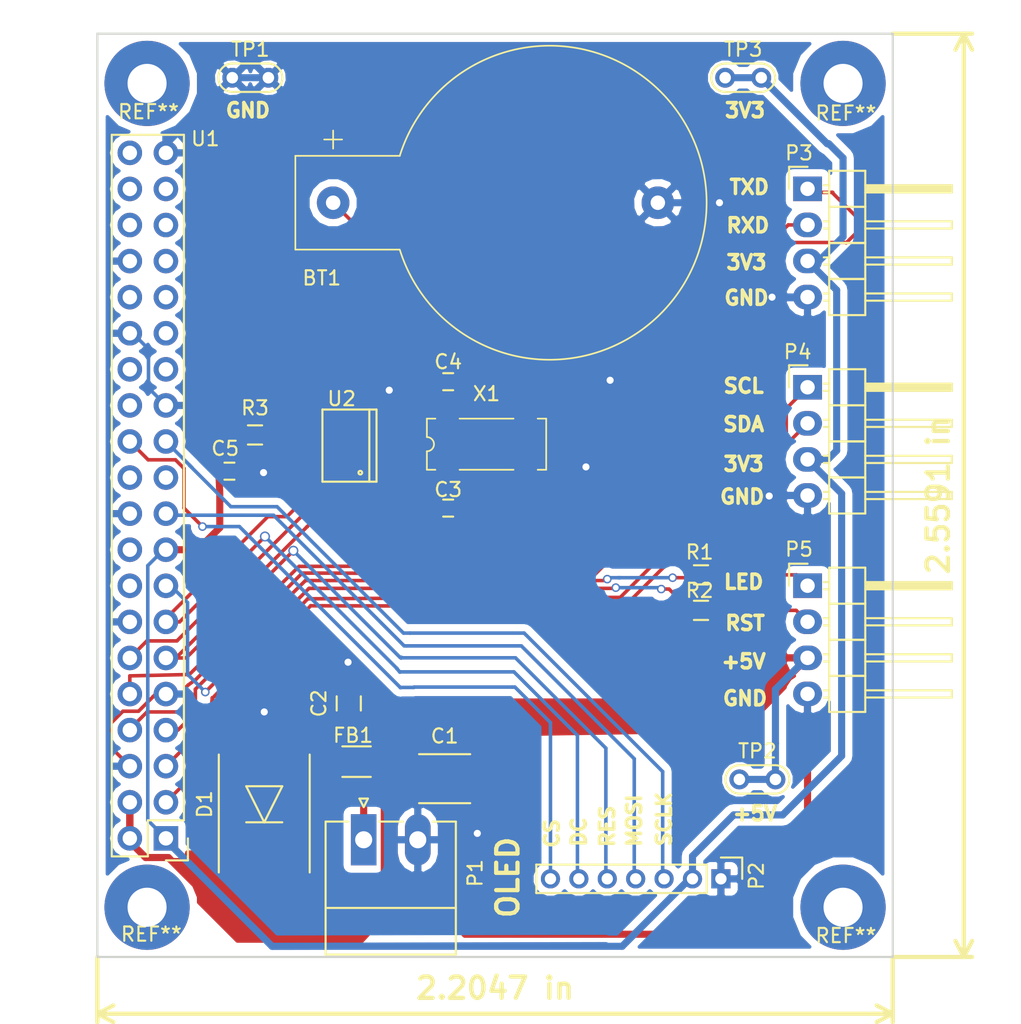
<source format=kicad_pcb>
(kicad_pcb (version 4) (host pcbnew 4.0.7-e2-6376~58~ubuntu17.04.1)

  (general
    (links 64)
    (no_connects 0)
    (area 64.924999 54.924999 121.075001 120.075001)
    (thickness 1.6)
    (drawings 27)
    (tracks 340)
    (zones 0)
    (modules 26)
    (nets 38)
  )

  (page A4)
  (layers
    (0 F.Cu signal)
    (31 B.Cu signal)
    (32 B.Adhes user)
    (33 F.Adhes user)
    (34 B.Paste user)
    (35 F.Paste user)
    (36 B.SilkS user)
    (37 F.SilkS user)
    (38 B.Mask user)
    (39 F.Mask user)
    (40 Dwgs.User user)
    (41 Cmts.User user)
    (42 Eco1.User user)
    (43 Eco2.User user)
    (44 Edge.Cuts user)
    (45 Margin user)
    (46 B.CrtYd user)
    (47 F.CrtYd user)
    (48 B.Fab user)
    (49 F.Fab user)
  )

  (setup
    (last_trace_width 0.5)
    (user_trace_width 0.5)
    (trace_clearance 0.2)
    (zone_clearance 0.508)
    (zone_45_only no)
    (trace_min 0.2)
    (segment_width 0.2)
    (edge_width 0.15)
    (via_size 0.6)
    (via_drill 0.4)
    (via_min_size 0.4)
    (via_min_drill 0.3)
    (user_via 0.7 0.5)
    (uvia_size 0.3)
    (uvia_drill 0.1)
    (uvias_allowed no)
    (uvia_min_size 0.2)
    (uvia_min_drill 0.1)
    (pcb_text_width 0.3)
    (pcb_text_size 1.5 1.5)
    (mod_edge_width 0.15)
    (mod_text_size 1 1)
    (mod_text_width 0.15)
    (pad_size 6 6)
    (pad_drill 2.75)
    (pad_to_mask_clearance 0.2)
    (aux_axis_origin 65.405 55.245)
    (grid_origin 65 55)
    (visible_elements 7FFEF7FF)
    (pcbplotparams
      (layerselection 0x010e0_80000001)
      (usegerberextensions false)
      (excludeedgelayer true)
      (linewidth 0.100000)
      (plotframeref false)
      (viasonmask false)
      (mode 1)
      (useauxorigin false)
      (hpglpennumber 1)
      (hpglpenspeed 20)
      (hpglpendiameter 15)
      (hpglpenoverlay 2)
      (psnegative false)
      (psa4output false)
      (plotreference true)
      (plotvalue true)
      (plotinvisibletext false)
      (padsonsilk false)
      (subtractmaskfromsilk false)
      (outputformat 1)
      (mirror false)
      (drillshape 0)
      (scaleselection 1)
      (outputdirectory ""))
  )

  (net 0 "")
  (net 1 "Net-(BT1-Pad1)")
  (net 2 "Net-(C3-Pad1)")
  (net 3 "Net-(C4-Pad1)")
  (net 4 +3V3)
  (net 5 "Net-(D1-Pad1)")
  (net 6 /RTC_SCLK)
  (net 7 /RTC_CE)
  (net 8 /SPI_CS)
  (net 9 TXD)
  (net 10 RXD)
  (net 11 SCL)
  (net 12 SDA)
  (net 13 "Net-(P5-Pad1)")
  (net 14 "Net-(P5-Pad2)")
  (net 15 +5V)
  (net 16 PIN_7)
  (net 17 PIN_15)
  (net 18 /RTC_IO)
  (net 19 "Net-(U1-Pad16)")
  (net 20 "Net-(U1-Pad18)")
  (net 21 "Net-(U1-Pad22)")
  (net 22 "Net-(U1-Pad26)")
  (net 23 "Net-(U1-Pad27)")
  (net 24 "Net-(U1-Pad28)")
  (net 25 "Net-(U1-Pad29)")
  (net 26 "Net-(U1-Pad31)")
  (net 27 "Net-(U1-Pad32)")
  (net 28 "Net-(U1-Pad33)")
  (net 29 "Net-(U1-Pad35)")
  (net 30 "Net-(U1-Pad36)")
  (net 31 "Net-(U1-Pad37)")
  (net 32 "Net-(U1-Pad38)")
  (net 33 "Net-(U1-Pad40)")
  (net 34 /SPI_SCLK)
  (net 35 /SPI_MOSI)
  (net 36 "Net-(U1-Pad21)")
  (net 37 GND)

  (net_class Default 这是默认网络组.
    (clearance 0.2)
    (trace_width 0.25)
    (via_dia 0.6)
    (via_drill 0.4)
    (uvia_dia 0.3)
    (uvia_drill 0.1)
    (add_net +3V3)
    (add_net +5V)
    (add_net /RTC_CE)
    (add_net /RTC_IO)
    (add_net /RTC_SCLK)
    (add_net /SPI_CS)
    (add_net /SPI_MOSI)
    (add_net /SPI_SCLK)
    (add_net GND)
    (add_net "Net-(BT1-Pad1)")
    (add_net "Net-(C3-Pad1)")
    (add_net "Net-(C4-Pad1)")
    (add_net "Net-(D1-Pad1)")
    (add_net "Net-(P5-Pad1)")
    (add_net "Net-(P5-Pad2)")
    (add_net "Net-(U1-Pad16)")
    (add_net "Net-(U1-Pad18)")
    (add_net "Net-(U1-Pad21)")
    (add_net "Net-(U1-Pad22)")
    (add_net "Net-(U1-Pad26)")
    (add_net "Net-(U1-Pad27)")
    (add_net "Net-(U1-Pad28)")
    (add_net "Net-(U1-Pad29)")
    (add_net "Net-(U1-Pad31)")
    (add_net "Net-(U1-Pad32)")
    (add_net "Net-(U1-Pad33)")
    (add_net "Net-(U1-Pad35)")
    (add_net "Net-(U1-Pad36)")
    (add_net "Net-(U1-Pad37)")
    (add_net "Net-(U1-Pad38)")
    (add_net "Net-(U1-Pad40)")
    (add_net PIN_15)
    (add_net PIN_7)
    (add_net RXD)
    (add_net SCL)
    (add_net SDA)
    (add_net TXD)
  )

  (net_class Power ""
    (clearance 0.2)
    (trace_width 0.5)
    (via_dia 0.7)
    (via_drill 0.5)
    (uvia_dia 0.3)
    (uvia_drill 0.1)
  )

  (module Diodes_SMD:DO-214AB (layer F.Cu) (tedit 59CB83EB) (tstamp 59CB10D4)
    (at 76.75 109.25 90)
    (descr "Jedec DO-214AB diode package. Designed according to Fairchild SS32 datasheet.")
    (tags "DO-214AB diode")
    (path /59C4847F)
    (attr smd)
    (fp_text reference D1 (at 0 -4.2 90) (layer F.SilkS)
      (effects (font (size 1 1) (thickness 0.15)))
    )
    (fp_text value SAA5.0 (at 0 4.6 90) (layer F.Fab)
      (effects (font (size 1 1) (thickness 0.15)))
    )
    (fp_line (start -1.27 -1.27) (end -1.27 1.27) (layer F.SilkS) (width 0.15))
    (fp_line (start 1.27 -1.27) (end 1.27 1.27) (layer F.SilkS) (width 0.15))
    (fp_line (start 1.27 1.27) (end -1.27 0) (layer F.SilkS) (width 0.15))
    (fp_line (start -1.27 0) (end 1.27 -1.27) (layer F.SilkS) (width 0.15))
    (fp_line (start -5.15 -3.45) (end 5.15 -3.45) (layer F.CrtYd) (width 0.05))
    (fp_line (start 5.15 -3.45) (end 5.15 3.45) (layer F.CrtYd) (width 0.05))
    (fp_line (start 5.15 3.45) (end -5.15 3.45) (layer F.CrtYd) (width 0.05))
    (fp_line (start -5.15 3.45) (end -5.15 -3.45) (layer F.CrtYd) (width 0.05))
    (fp_line (start 3.5 3.2) (end -4.8 3.2) (layer F.SilkS) (width 0.15))
    (fp_line (start -4.8 -3.2) (end 3.5 -3.2) (layer F.SilkS) (width 0.15))
    (pad 2 smd rect (at 3.6 0 90) (size 2.6 3.2) (layers F.Cu F.Paste F.Mask)
      (net 37 GND))
    (pad 1 smd rect (at -3.6 0 90) (size 2.6 3.2) (layers F.Cu F.Paste F.Mask)
      (net 5 "Net-(D1-Pad1)"))
    (model Diodes_SMD.3dshapes/DO-214AB.wrl
      (at (xyz 0 0 0))
      (scale (xyz 0.39 0.39 0.39))
      (rotate (xyz 0 0 180))
    )
  )

  (module Ter locked (layer F.Cu) (tedit 59CE250E) (tstamp 59CA06FA)
    (at 58.396 58.556)
    (fp_text reference REF** (at 10.204 1.944) (layer F.SilkS)
      (effects (font (size 1 1) (thickness 0.15)))
    )
    (fp_text value j (at 10.16 -5.08) (layer F.Fab)
      (effects (font (size 1 1) (thickness 0.15)))
    )
    (pad 1 thru_hole circle (at 10.104 -0.056) (size 6 6) (drill 2.75) (layers *.Cu *.Mask))
  )

  (module Ter locked (layer F.Cu) (tedit 59CE2507) (tstamp 59CA06F5)
    (at 107.164 58.556)
    (fp_text reference REF** (at 10.536 2.044) (layer F.SilkS)
      (effects (font (size 1 1) (thickness 0.15)))
    )
    (fp_text value j (at 10.16 -5.08) (layer F.Fab)
      (effects (font (size 1 1) (thickness 0.15)))
    )
    (pad 1 thru_hole circle (at 10.336 -0.056) (size 6 6) (drill 2.75) (layers *.Cu *.Mask))
  )

  (module Ter locked (layer F.Cu) (tedit 59CE24FE) (tstamp 59CA06F0)
    (at 58.396 116.722)
    (fp_text reference REF** (at 10.404 1.678) (layer F.SilkS)
      (effects (font (size 1 1) (thickness 0.15)))
    )
    (fp_text value j (at 10.16 -5.08) (layer F.Fab)
      (effects (font (size 1 1) (thickness 0.15)))
    )
    (pad 1 thru_hole circle (at 10.104 -0.222) (size 6 6) (drill 2.75) (layers *.Cu *.Mask))
  )

  (module Ter locked (layer F.Cu) (tedit 59CE2502) (tstamp 59CA06EB)
    (at 107.418 116.468)
    (fp_text reference REF** (at 10.282 2.032) (layer F.SilkS)
      (effects (font (size 1 1) (thickness 0.15)))
    )
    (fp_text value j (at 10.16 -5.08) (layer F.Fab)
      (effects (font (size 1 1) (thickness 0.15)))
    )
    (pad 1 thru_hole circle (at 10.082 0.032) (size 6 6) (drill 2.75) (layers *.Cu *.Mask))
  )

  (module Capacitors_SMD:C_0805 (layer F.Cu) (tedit 5415D6EA) (tstamp 59C8E704)
    (at 82.7 102.15 90)
    (descr "Capacitor SMD 0805, reflow soldering, AVX (see smccp.pdf)")
    (tags "capacitor 0805")
    (path /59C4CF57)
    (attr smd)
    (fp_text reference C2 (at 0 -2.1 90) (layer F.SilkS)
      (effects (font (size 1 1) (thickness 0.15)))
    )
    (fp_text value 2.2uF (at 0 2.1 90) (layer F.Fab)
      (effects (font (size 1 1) (thickness 0.15)))
    )
    (fp_line (start -1 0.625) (end -1 -0.625) (layer F.Fab) (width 0.15))
    (fp_line (start 1 0.625) (end -1 0.625) (layer F.Fab) (width 0.15))
    (fp_line (start 1 -0.625) (end 1 0.625) (layer F.Fab) (width 0.15))
    (fp_line (start -1 -0.625) (end 1 -0.625) (layer F.Fab) (width 0.15))
    (fp_line (start -1.8 -1) (end 1.8 -1) (layer F.CrtYd) (width 0.05))
    (fp_line (start -1.8 1) (end 1.8 1) (layer F.CrtYd) (width 0.05))
    (fp_line (start -1.8 -1) (end -1.8 1) (layer F.CrtYd) (width 0.05))
    (fp_line (start 1.8 -1) (end 1.8 1) (layer F.CrtYd) (width 0.05))
    (fp_line (start 0.5 -0.85) (end -0.5 -0.85) (layer F.SilkS) (width 0.15))
    (fp_line (start -0.5 0.85) (end 0.5 0.85) (layer F.SilkS) (width 0.15))
    (pad 1 smd rect (at -1 0 90) (size 1 1.25) (layers F.Cu F.Paste F.Mask)
      (net 15 +5V))
    (pad 2 smd rect (at 1 0 90) (size 1 1.25) (layers F.Cu F.Paste F.Mask)
      (net 37 GND))
    (model Capacitors_SMD.3dshapes/C_0805.wrl
      (at (xyz 0 0 0))
      (scale (xyz 1 1 1))
      (rotate (xyz 0 0 0))
    )
  )

  (module Connectors_Phoenix:PhoenixContact_MC-G_02x3.81mm_Angled (layer F.Cu) (tedit 59CE24C5) (tstamp 59C8E722)
    (at 83.75 111.75)
    (descr "Generic Phoenix Contact connector footprint for series: MC-G; number of pins: 02; pin pitch: 3.81mm; Angled || order number: 1803277 8A 160V")
    (tags "phoenix_contact connector MC_01x02_G_3.81mm")
    (path /59C4FD91)
    (fp_text reference P1 (at 7.85 2.35 270) (layer F.SilkS)
      (effects (font (size 1 1) (thickness 0.15)))
    )
    (fp_text value XH3.81-2P (at 1.905 9.5) (layer F.Fab)
      (effects (font (size 1 1) (thickness 0.15)))
    )
    (fp_line (start -2.68 -1.28) (end -2.68 8.08) (layer F.SilkS) (width 0.15))
    (fp_line (start -2.68 8.08) (end 6.49 8.08) (layer F.SilkS) (width 0.15))
    (fp_line (start 6.49 8.08) (end 6.49 -1.28) (layer F.SilkS) (width 0.15))
    (fp_line (start -2.68 -1.28) (end -1.05 -1.28) (layer F.SilkS) (width 0.15))
    (fp_line (start 6.49 -1.28) (end 4.86 -1.28) (layer F.SilkS) (width 0.15))
    (fp_line (start 1.05 -1.28) (end 2.76 -1.28) (layer F.SilkS) (width 0.15))
    (fp_line (start -2.68 4.8) (end 6.49 4.8) (layer F.SilkS) (width 0.15))
    (fp_line (start -3.2 -2.3) (end -3.2 8.5) (layer F.CrtYd) (width 0.05))
    (fp_line (start -3.2 8.5) (end 6.9 8.5) (layer F.CrtYd) (width 0.05))
    (fp_line (start 6.9 8.5) (end 6.9 -2.3) (layer F.CrtYd) (width 0.05))
    (fp_line (start 6.9 -2.3) (end -3.2 -2.3) (layer F.CrtYd) (width 0.05))
    (fp_line (start 0 -2.3) (end 0.3 -2.9) (layer F.SilkS) (width 0.15))
    (fp_line (start 0.3 -2.9) (end -0.3 -2.9) (layer F.SilkS) (width 0.15))
    (fp_line (start -0.3 -2.9) (end 0 -2.3) (layer F.SilkS) (width 0.15))
    (pad 1 thru_hole rect (at 0 0) (size 1.8 3.6) (drill 1.2) (layers *.Cu *.Mask)
      (net 5 "Net-(D1-Pad1)"))
    (pad 2 thru_hole oval (at 3.81 0) (size 1.8 3.6) (drill 1.2) (layers *.Cu *.Mask)
      (net 37 GND))
    (model Connectors_Phoenix.3dshapes/PhoenixContact_MC-G_02x3.81mm_Angled.wrl
      (at (xyz 0 0 0))
      (scale (xyz 1 1 1))
      (rotate (xyz 0 0 0))
    )
  )

  (module Pin_Headers:Pin_Header_Straight_1x07_Pitch2.00mm (layer F.Cu) (tedit 59CE24C8) (tstamp 59C8E72D)
    (at 108.9 114.5 270)
    (descr "Through hole pin header, 1x07, 2.00mm pitch, single row")
    (tags "pin header single row")
    (path /59C4E7AE)
    (fp_text reference P2 (at -0.2 -2.5 450) (layer F.SilkS)
      (effects (font (size 1 1) (thickness 0.15)))
    )
    (fp_text value XH2.0-7P (at 0 -3 270) (layer F.Fab)
      (effects (font (size 1 1) (thickness 0.15)))
    )
    (fp_line (start -1 1) (end 1 1) (layer F.SilkS) (width 0.15))
    (fp_line (start 1 1) (end 1 13) (layer F.SilkS) (width 0.15))
    (fp_line (start 1 13) (end -1 13) (layer F.SilkS) (width 0.15))
    (fp_line (start -1 13) (end -1 1) (layer F.SilkS) (width 0.15))
    (fp_line (start -1.6 -1.6) (end 1.6 -1.6) (layer F.CrtYd) (width 0.05))
    (fp_line (start 1.6 -1.6) (end 1.6 13.6) (layer F.CrtYd) (width 0.05))
    (fp_line (start 1.6 13.6) (end -1.6 13.6) (layer F.CrtYd) (width 0.05))
    (fp_line (start -1.6 13.6) (end -1.6 -1.6) (layer F.CrtYd) (width 0.05))
    (fp_line (start -1.5 0) (end -1.5 -1.5) (layer F.SilkS) (width 0.15))
    (fp_line (start -1.5 -1.5) (end 0 -1.5) (layer F.SilkS) (width 0.15))
    (pad 1 thru_hole rect (at 0 0 270) (size 1.35 1.35) (drill 0.8) (layers *.Cu *.Mask)
      (net 37 GND))
    (pad 2 thru_hole circle (at 0 2 270) (size 1.35 1.35) (drill 0.8) (layers *.Cu *.Mask)
      (net 4 +3V3))
    (pad 3 thru_hole circle (at 0 4 270) (size 1.35 1.35) (drill 0.8) (layers *.Cu *.Mask)
      (net 34 /SPI_SCLK))
    (pad 4 thru_hole circle (at 0 6 270) (size 1.35 1.35) (drill 0.8) (layers *.Cu *.Mask)
      (net 35 /SPI_MOSI))
    (pad 5 thru_hole circle (at 0 8 270) (size 1.35 1.35) (drill 0.8) (layers *.Cu *.Mask)
      (net 7 /RTC_CE))
    (pad 6 thru_hole circle (at 0 10 270) (size 1.35 1.35) (drill 0.8) (layers *.Cu *.Mask)
      (net 6 /RTC_SCLK))
    (pad 7 thru_hole circle (at 0 12 270) (size 1.35 1.35) (drill 0.8) (layers *.Cu *.Mask)
      (net 8 /SPI_CS))
    (model Pin_Headers.3dshapes/Pin_Header_Straight_1x07_Pitch2.00mm.wrl
      (at (xyz 0 0 0))
      (scale (xyz 1 1 1))
      (rotate (xyz 0 0 0))
    )
  )

  (module Pin_Headers:Pin_Header_Angled_1x04 (layer F.Cu) (tedit 59CE245F) (tstamp 59C8E735)
    (at 115 65.922)
    (descr "Through hole pin header")
    (tags "pin header")
    (path /59C4EF80)
    (fp_text reference P3 (at -0.6 -2.522) (layer F.SilkS)
      (effects (font (size 1 1) (thickness 0.15)))
    )
    (fp_text value XH2.54-4P (at 0 -3.1) (layer F.Fab)
      (effects (font (size 1 1) (thickness 0.15)))
    )
    (fp_line (start -1.5 -1.75) (end -1.5 9.4) (layer F.CrtYd) (width 0.05))
    (fp_line (start 10.65 -1.75) (end 10.65 9.4) (layer F.CrtYd) (width 0.05))
    (fp_line (start -1.5 -1.75) (end 10.65 -1.75) (layer F.CrtYd) (width 0.05))
    (fp_line (start -1.5 9.4) (end 10.65 9.4) (layer F.CrtYd) (width 0.05))
    (fp_line (start -1.3 -1.55) (end -1.3 0) (layer F.SilkS) (width 0.15))
    (fp_line (start 0 -1.55) (end -1.3 -1.55) (layer F.SilkS) (width 0.15))
    (fp_line (start 4.191 -0.127) (end 10.033 -0.127) (layer F.SilkS) (width 0.15))
    (fp_line (start 10.033 -0.127) (end 10.033 0.127) (layer F.SilkS) (width 0.15))
    (fp_line (start 10.033 0.127) (end 4.191 0.127) (layer F.SilkS) (width 0.15))
    (fp_line (start 4.191 0.127) (end 4.191 0) (layer F.SilkS) (width 0.15))
    (fp_line (start 4.191 0) (end 10.033 0) (layer F.SilkS) (width 0.15))
    (fp_line (start 1.524 -0.254) (end 1.143 -0.254) (layer F.SilkS) (width 0.15))
    (fp_line (start 1.524 0.254) (end 1.143 0.254) (layer F.SilkS) (width 0.15))
    (fp_line (start 1.524 2.286) (end 1.143 2.286) (layer F.SilkS) (width 0.15))
    (fp_line (start 1.524 2.794) (end 1.143 2.794) (layer F.SilkS) (width 0.15))
    (fp_line (start 1.524 4.826) (end 1.143 4.826) (layer F.SilkS) (width 0.15))
    (fp_line (start 1.524 5.334) (end 1.143 5.334) (layer F.SilkS) (width 0.15))
    (fp_line (start 1.524 7.874) (end 1.143 7.874) (layer F.SilkS) (width 0.15))
    (fp_line (start 1.524 7.366) (end 1.143 7.366) (layer F.SilkS) (width 0.15))
    (fp_line (start 1.524 -1.27) (end 4.064 -1.27) (layer F.SilkS) (width 0.15))
    (fp_line (start 1.524 1.27) (end 4.064 1.27) (layer F.SilkS) (width 0.15))
    (fp_line (start 1.524 1.27) (end 1.524 3.81) (layer F.SilkS) (width 0.15))
    (fp_line (start 1.524 3.81) (end 4.064 3.81) (layer F.SilkS) (width 0.15))
    (fp_line (start 4.064 2.286) (end 10.16 2.286) (layer F.SilkS) (width 0.15))
    (fp_line (start 10.16 2.286) (end 10.16 2.794) (layer F.SilkS) (width 0.15))
    (fp_line (start 10.16 2.794) (end 4.064 2.794) (layer F.SilkS) (width 0.15))
    (fp_line (start 4.064 3.81) (end 4.064 1.27) (layer F.SilkS) (width 0.15))
    (fp_line (start 4.064 1.27) (end 4.064 -1.27) (layer F.SilkS) (width 0.15))
    (fp_line (start 10.16 0.254) (end 4.064 0.254) (layer F.SilkS) (width 0.15))
    (fp_line (start 10.16 -0.254) (end 10.16 0.254) (layer F.SilkS) (width 0.15))
    (fp_line (start 4.064 -0.254) (end 10.16 -0.254) (layer F.SilkS) (width 0.15))
    (fp_line (start 1.524 1.27) (end 4.064 1.27) (layer F.SilkS) (width 0.15))
    (fp_line (start 1.524 -1.27) (end 1.524 1.27) (layer F.SilkS) (width 0.15))
    (fp_line (start 1.524 6.35) (end 4.064 6.35) (layer F.SilkS) (width 0.15))
    (fp_line (start 1.524 6.35) (end 1.524 8.89) (layer F.SilkS) (width 0.15))
    (fp_line (start 1.524 8.89) (end 4.064 8.89) (layer F.SilkS) (width 0.15))
    (fp_line (start 4.064 7.366) (end 10.16 7.366) (layer F.SilkS) (width 0.15))
    (fp_line (start 10.16 7.366) (end 10.16 7.874) (layer F.SilkS) (width 0.15))
    (fp_line (start 10.16 7.874) (end 4.064 7.874) (layer F.SilkS) (width 0.15))
    (fp_line (start 4.064 8.89) (end 4.064 6.35) (layer F.SilkS) (width 0.15))
    (fp_line (start 4.064 6.35) (end 4.064 3.81) (layer F.SilkS) (width 0.15))
    (fp_line (start 10.16 5.334) (end 4.064 5.334) (layer F.SilkS) (width 0.15))
    (fp_line (start 10.16 4.826) (end 10.16 5.334) (layer F.SilkS) (width 0.15))
    (fp_line (start 4.064 4.826) (end 10.16 4.826) (layer F.SilkS) (width 0.15))
    (fp_line (start 1.524 6.35) (end 4.064 6.35) (layer F.SilkS) (width 0.15))
    (fp_line (start 1.524 3.81) (end 1.524 6.35) (layer F.SilkS) (width 0.15))
    (fp_line (start 1.524 3.81) (end 4.064 3.81) (layer F.SilkS) (width 0.15))
    (pad 1 thru_hole rect (at 0 0) (size 2.032 1.7272) (drill 1.016) (layers *.Cu *.Mask)
      (net 9 TXD))
    (pad 2 thru_hole oval (at 0 2.54) (size 2.032 1.7272) (drill 1.016) (layers *.Cu *.Mask)
      (net 10 RXD))
    (pad 3 thru_hole oval (at 0 5.08) (size 2.032 1.7272) (drill 1.016) (layers *.Cu *.Mask)
      (net 4 +3V3))
    (pad 4 thru_hole oval (at 0 7.62) (size 2.032 1.7272) (drill 1.016) (layers *.Cu *.Mask)
      (net 37 GND))
    (model Pin_Headers.3dshapes/Pin_Header_Angled_1x04.wrl
      (at (xyz 0 -0.15 0))
      (scale (xyz 1 1 1))
      (rotate (xyz 0 0 90))
    )
  )

  (module Pin_Headers:Pin_Header_Angled_1x04 (layer F.Cu) (tedit 59CE2451) (tstamp 59C8E73D)
    (at 115 79.892)
    (descr "Through hole pin header")
    (tags "pin header")
    (path /59C4EF27)
    (fp_text reference P4 (at -0.7 -2.492) (layer F.SilkS)
      (effects (font (size 1 1) (thickness 0.15)))
    )
    (fp_text value XH2.54-4P (at 0 -3.1) (layer F.Fab)
      (effects (font (size 1 1) (thickness 0.15)))
    )
    (fp_line (start -1.5 -1.75) (end -1.5 9.4) (layer F.CrtYd) (width 0.05))
    (fp_line (start 10.65 -1.75) (end 10.65 9.4) (layer F.CrtYd) (width 0.05))
    (fp_line (start -1.5 -1.75) (end 10.65 -1.75) (layer F.CrtYd) (width 0.05))
    (fp_line (start -1.5 9.4) (end 10.65 9.4) (layer F.CrtYd) (width 0.05))
    (fp_line (start -1.3 -1.55) (end -1.3 0) (layer F.SilkS) (width 0.15))
    (fp_line (start 0 -1.55) (end -1.3 -1.55) (layer F.SilkS) (width 0.15))
    (fp_line (start 4.191 -0.127) (end 10.033 -0.127) (layer F.SilkS) (width 0.15))
    (fp_line (start 10.033 -0.127) (end 10.033 0.127) (layer F.SilkS) (width 0.15))
    (fp_line (start 10.033 0.127) (end 4.191 0.127) (layer F.SilkS) (width 0.15))
    (fp_line (start 4.191 0.127) (end 4.191 0) (layer F.SilkS) (width 0.15))
    (fp_line (start 4.191 0) (end 10.033 0) (layer F.SilkS) (width 0.15))
    (fp_line (start 1.524 -0.254) (end 1.143 -0.254) (layer F.SilkS) (width 0.15))
    (fp_line (start 1.524 0.254) (end 1.143 0.254) (layer F.SilkS) (width 0.15))
    (fp_line (start 1.524 2.286) (end 1.143 2.286) (layer F.SilkS) (width 0.15))
    (fp_line (start 1.524 2.794) (end 1.143 2.794) (layer F.SilkS) (width 0.15))
    (fp_line (start 1.524 4.826) (end 1.143 4.826) (layer F.SilkS) (width 0.15))
    (fp_line (start 1.524 5.334) (end 1.143 5.334) (layer F.SilkS) (width 0.15))
    (fp_line (start 1.524 7.874) (end 1.143 7.874) (layer F.SilkS) (width 0.15))
    (fp_line (start 1.524 7.366) (end 1.143 7.366) (layer F.SilkS) (width 0.15))
    (fp_line (start 1.524 -1.27) (end 4.064 -1.27) (layer F.SilkS) (width 0.15))
    (fp_line (start 1.524 1.27) (end 4.064 1.27) (layer F.SilkS) (width 0.15))
    (fp_line (start 1.524 1.27) (end 1.524 3.81) (layer F.SilkS) (width 0.15))
    (fp_line (start 1.524 3.81) (end 4.064 3.81) (layer F.SilkS) (width 0.15))
    (fp_line (start 4.064 2.286) (end 10.16 2.286) (layer F.SilkS) (width 0.15))
    (fp_line (start 10.16 2.286) (end 10.16 2.794) (layer F.SilkS) (width 0.15))
    (fp_line (start 10.16 2.794) (end 4.064 2.794) (layer F.SilkS) (width 0.15))
    (fp_line (start 4.064 3.81) (end 4.064 1.27) (layer F.SilkS) (width 0.15))
    (fp_line (start 4.064 1.27) (end 4.064 -1.27) (layer F.SilkS) (width 0.15))
    (fp_line (start 10.16 0.254) (end 4.064 0.254) (layer F.SilkS) (width 0.15))
    (fp_line (start 10.16 -0.254) (end 10.16 0.254) (layer F.SilkS) (width 0.15))
    (fp_line (start 4.064 -0.254) (end 10.16 -0.254) (layer F.SilkS) (width 0.15))
    (fp_line (start 1.524 1.27) (end 4.064 1.27) (layer F.SilkS) (width 0.15))
    (fp_line (start 1.524 -1.27) (end 1.524 1.27) (layer F.SilkS) (width 0.15))
    (fp_line (start 1.524 6.35) (end 4.064 6.35) (layer F.SilkS) (width 0.15))
    (fp_line (start 1.524 6.35) (end 1.524 8.89) (layer F.SilkS) (width 0.15))
    (fp_line (start 1.524 8.89) (end 4.064 8.89) (layer F.SilkS) (width 0.15))
    (fp_line (start 4.064 7.366) (end 10.16 7.366) (layer F.SilkS) (width 0.15))
    (fp_line (start 10.16 7.366) (end 10.16 7.874) (layer F.SilkS) (width 0.15))
    (fp_line (start 10.16 7.874) (end 4.064 7.874) (layer F.SilkS) (width 0.15))
    (fp_line (start 4.064 8.89) (end 4.064 6.35) (layer F.SilkS) (width 0.15))
    (fp_line (start 4.064 6.35) (end 4.064 3.81) (layer F.SilkS) (width 0.15))
    (fp_line (start 10.16 5.334) (end 4.064 5.334) (layer F.SilkS) (width 0.15))
    (fp_line (start 10.16 4.826) (end 10.16 5.334) (layer F.SilkS) (width 0.15))
    (fp_line (start 4.064 4.826) (end 10.16 4.826) (layer F.SilkS) (width 0.15))
    (fp_line (start 1.524 6.35) (end 4.064 6.35) (layer F.SilkS) (width 0.15))
    (fp_line (start 1.524 3.81) (end 1.524 6.35) (layer F.SilkS) (width 0.15))
    (fp_line (start 1.524 3.81) (end 4.064 3.81) (layer F.SilkS) (width 0.15))
    (pad 1 thru_hole rect (at 0 0) (size 2.032 1.7272) (drill 1.016) (layers *.Cu *.Mask)
      (net 11 SCL))
    (pad 2 thru_hole oval (at 0 2.54) (size 2.032 1.7272) (drill 1.016) (layers *.Cu *.Mask)
      (net 12 SDA))
    (pad 3 thru_hole oval (at 0 5.08) (size 2.032 1.7272) (drill 1.016) (layers *.Cu *.Mask)
      (net 4 +3V3))
    (pad 4 thru_hole oval (at 0 7.62) (size 2.032 1.7272) (drill 1.016) (layers *.Cu *.Mask)
      (net 37 GND))
    (model Pin_Headers.3dshapes/Pin_Header_Angled_1x04.wrl
      (at (xyz 0 -0.15 0))
      (scale (xyz 1 1 1))
      (rotate (xyz 0 0 90))
    )
  )

  (module Pin_Headers:Pin_Header_Angled_1x04 (layer F.Cu) (tedit 59CE2459) (tstamp 59C8E745)
    (at 115 93.862)
    (descr "Through hole pin header")
    (tags "pin header")
    (path /59C4F313)
    (fp_text reference P5 (at -0.6 -2.562) (layer F.SilkS)
      (effects (font (size 1 1) (thickness 0.15)))
    )
    (fp_text value XH2.54-4P (at 0 -3.1) (layer F.Fab)
      (effects (font (size 1 1) (thickness 0.15)))
    )
    (fp_line (start -1.5 -1.75) (end -1.5 9.4) (layer F.CrtYd) (width 0.05))
    (fp_line (start 10.65 -1.75) (end 10.65 9.4) (layer F.CrtYd) (width 0.05))
    (fp_line (start -1.5 -1.75) (end 10.65 -1.75) (layer F.CrtYd) (width 0.05))
    (fp_line (start -1.5 9.4) (end 10.65 9.4) (layer F.CrtYd) (width 0.05))
    (fp_line (start -1.3 -1.55) (end -1.3 0) (layer F.SilkS) (width 0.15))
    (fp_line (start 0 -1.55) (end -1.3 -1.55) (layer F.SilkS) (width 0.15))
    (fp_line (start 4.191 -0.127) (end 10.033 -0.127) (layer F.SilkS) (width 0.15))
    (fp_line (start 10.033 -0.127) (end 10.033 0.127) (layer F.SilkS) (width 0.15))
    (fp_line (start 10.033 0.127) (end 4.191 0.127) (layer F.SilkS) (width 0.15))
    (fp_line (start 4.191 0.127) (end 4.191 0) (layer F.SilkS) (width 0.15))
    (fp_line (start 4.191 0) (end 10.033 0) (layer F.SilkS) (width 0.15))
    (fp_line (start 1.524 -0.254) (end 1.143 -0.254) (layer F.SilkS) (width 0.15))
    (fp_line (start 1.524 0.254) (end 1.143 0.254) (layer F.SilkS) (width 0.15))
    (fp_line (start 1.524 2.286) (end 1.143 2.286) (layer F.SilkS) (width 0.15))
    (fp_line (start 1.524 2.794) (end 1.143 2.794) (layer F.SilkS) (width 0.15))
    (fp_line (start 1.524 4.826) (end 1.143 4.826) (layer F.SilkS) (width 0.15))
    (fp_line (start 1.524 5.334) (end 1.143 5.334) (layer F.SilkS) (width 0.15))
    (fp_line (start 1.524 7.874) (end 1.143 7.874) (layer F.SilkS) (width 0.15))
    (fp_line (start 1.524 7.366) (end 1.143 7.366) (layer F.SilkS) (width 0.15))
    (fp_line (start 1.524 -1.27) (end 4.064 -1.27) (layer F.SilkS) (width 0.15))
    (fp_line (start 1.524 1.27) (end 4.064 1.27) (layer F.SilkS) (width 0.15))
    (fp_line (start 1.524 1.27) (end 1.524 3.81) (layer F.SilkS) (width 0.15))
    (fp_line (start 1.524 3.81) (end 4.064 3.81) (layer F.SilkS) (width 0.15))
    (fp_line (start 4.064 2.286) (end 10.16 2.286) (layer F.SilkS) (width 0.15))
    (fp_line (start 10.16 2.286) (end 10.16 2.794) (layer F.SilkS) (width 0.15))
    (fp_line (start 10.16 2.794) (end 4.064 2.794) (layer F.SilkS) (width 0.15))
    (fp_line (start 4.064 3.81) (end 4.064 1.27) (layer F.SilkS) (width 0.15))
    (fp_line (start 4.064 1.27) (end 4.064 -1.27) (layer F.SilkS) (width 0.15))
    (fp_line (start 10.16 0.254) (end 4.064 0.254) (layer F.SilkS) (width 0.15))
    (fp_line (start 10.16 -0.254) (end 10.16 0.254) (layer F.SilkS) (width 0.15))
    (fp_line (start 4.064 -0.254) (end 10.16 -0.254) (layer F.SilkS) (width 0.15))
    (fp_line (start 1.524 1.27) (end 4.064 1.27) (layer F.SilkS) (width 0.15))
    (fp_line (start 1.524 -1.27) (end 1.524 1.27) (layer F.SilkS) (width 0.15))
    (fp_line (start 1.524 6.35) (end 4.064 6.35) (layer F.SilkS) (width 0.15))
    (fp_line (start 1.524 6.35) (end 1.524 8.89) (layer F.SilkS) (width 0.15))
    (fp_line (start 1.524 8.89) (end 4.064 8.89) (layer F.SilkS) (width 0.15))
    (fp_line (start 4.064 7.366) (end 10.16 7.366) (layer F.SilkS) (width 0.15))
    (fp_line (start 10.16 7.366) (end 10.16 7.874) (layer F.SilkS) (width 0.15))
    (fp_line (start 10.16 7.874) (end 4.064 7.874) (layer F.SilkS) (width 0.15))
    (fp_line (start 4.064 8.89) (end 4.064 6.35) (layer F.SilkS) (width 0.15))
    (fp_line (start 4.064 6.35) (end 4.064 3.81) (layer F.SilkS) (width 0.15))
    (fp_line (start 10.16 5.334) (end 4.064 5.334) (layer F.SilkS) (width 0.15))
    (fp_line (start 10.16 4.826) (end 10.16 5.334) (layer F.SilkS) (width 0.15))
    (fp_line (start 4.064 4.826) (end 10.16 4.826) (layer F.SilkS) (width 0.15))
    (fp_line (start 1.524 6.35) (end 4.064 6.35) (layer F.SilkS) (width 0.15))
    (fp_line (start 1.524 3.81) (end 1.524 6.35) (layer F.SilkS) (width 0.15))
    (fp_line (start 1.524 3.81) (end 4.064 3.81) (layer F.SilkS) (width 0.15))
    (pad 1 thru_hole rect (at 0 0) (size 2.032 1.7272) (drill 1.016) (layers *.Cu *.Mask)
      (net 13 "Net-(P5-Pad1)"))
    (pad 2 thru_hole oval (at 0 2.54) (size 2.032 1.7272) (drill 1.016) (layers *.Cu *.Mask)
      (net 14 "Net-(P5-Pad2)"))
    (pad 3 thru_hole oval (at 0 5.08) (size 2.032 1.7272) (drill 1.016) (layers *.Cu *.Mask)
      (net 15 +5V))
    (pad 4 thru_hole oval (at 0 7.62) (size 2.032 1.7272) (drill 1.016) (layers *.Cu *.Mask)
      (net 37 GND))
    (model Pin_Headers.3dshapes/Pin_Header_Angled_1x04.wrl
      (at (xyz 0 -0.15 0))
      (scale (xyz 1 1 1))
      (rotate (xyz 0 0 90))
    )
  )

  (module Measurement_Points:Test_Point (layer F.Cu) (tedit 56EE99EE) (tstamp 59C8E75D)
    (at 74.5 58.1)
    (descr "Connecteurs 2 pins")
    (tags "CONN DEV")
    (path /59C4BB4B)
    (attr virtual)
    (fp_text reference TP1 (at 1.27 -2) (layer F.SilkS)
      (effects (font (size 1 1) (thickness 0.15)))
    )
    (fp_text value TESTPOINT (at 1.27 2) (layer F.Fab)
      (effects (font (size 1 1) (thickness 0.15)))
    )
    (fp_line (start 0 1.25) (end 2.5 1.25) (layer F.CrtYd) (width 0.05))
    (fp_line (start 0 -1.25) (end 2.55 -1.25) (layer F.CrtYd) (width 0.05))
    (fp_line (start 2.52 1) (end 0.02 1) (layer F.SilkS) (width 0.15))
    (fp_line (start 2.52 -1) (end 0.02 -1) (layer F.SilkS) (width 0.15))
    (fp_arc (start 0.02 0) (end 0.02 1.25) (angle 180) (layer F.CrtYd) (width 0.05))
    (fp_arc (start 2.52 0) (end 2.52 -1.25) (angle 180) (layer F.CrtYd) (width 0.05))
    (fp_arc (start 2.52 0) (end 2.52 -1) (angle 180) (layer F.SilkS) (width 0.15))
    (fp_arc (start 0.02 0) (end 0.02 1) (angle 180) (layer F.SilkS) (width 0.15))
    (pad 1 thru_hole circle (at 0 0) (size 1.4 1.4) (drill 0.8128) (layers *.Cu *.Mask)
      (net 37 GND))
    (pad 1 thru_hole circle (at 2.54 0) (size 1.4 1.4) (drill 0.8128) (layers *.Cu *.Mask)
      (net 37 GND))
    (model Measurement_Points.3dshapes/Test_Point.wrl
      (at (xyz 0 0 0))
      (scale (xyz 1 1 1))
      (rotate (xyz 0 0 0))
    )
  )

  (module Measurement_Points:Test_Point (layer F.Cu) (tedit 56EE99EE) (tstamp 59C8E763)
    (at 110.2 107.5)
    (descr "Connecteurs 2 pins")
    (tags "CONN DEV")
    (path /59C4B918)
    (attr virtual)
    (fp_text reference TP2 (at 1.27 -2) (layer F.SilkS)
      (effects (font (size 1 1) (thickness 0.15)))
    )
    (fp_text value TESTPOINT (at 1.27 2) (layer F.Fab)
      (effects (font (size 1 1) (thickness 0.15)))
    )
    (fp_line (start 0 1.25) (end 2.5 1.25) (layer F.CrtYd) (width 0.05))
    (fp_line (start 0 -1.25) (end 2.55 -1.25) (layer F.CrtYd) (width 0.05))
    (fp_line (start 2.52 1) (end 0.02 1) (layer F.SilkS) (width 0.15))
    (fp_line (start 2.52 -1) (end 0.02 -1) (layer F.SilkS) (width 0.15))
    (fp_arc (start 0.02 0) (end 0.02 1.25) (angle 180) (layer F.CrtYd) (width 0.05))
    (fp_arc (start 2.52 0) (end 2.52 -1.25) (angle 180) (layer F.CrtYd) (width 0.05))
    (fp_arc (start 2.52 0) (end 2.52 -1) (angle 180) (layer F.SilkS) (width 0.15))
    (fp_arc (start 0.02 0) (end 0.02 1) (angle 180) (layer F.SilkS) (width 0.15))
    (pad 1 thru_hole circle (at 0 0) (size 1.4 1.4) (drill 0.8128) (layers *.Cu *.Mask)
      (net 15 +5V))
    (pad 1 thru_hole circle (at 2.54 0) (size 1.4 1.4) (drill 0.8128) (layers *.Cu *.Mask)
      (net 15 +5V))
    (model Measurement_Points.3dshapes/Test_Point.wrl
      (at (xyz 0 0 0))
      (scale (xyz 1 1 1))
      (rotate (xyz 0 0 0))
    )
  )

  (module Measurement_Points:Test_Point (layer F.Cu) (tedit 56EE99EE) (tstamp 59C8E769)
    (at 109.2 58.1)
    (descr "Connecteurs 2 pins")
    (tags "CONN DEV")
    (path /59C4B717)
    (attr virtual)
    (fp_text reference TP3 (at 1.27 -2) (layer F.SilkS)
      (effects (font (size 1 1) (thickness 0.15)))
    )
    (fp_text value TESTPOINT (at 1.27 2) (layer F.Fab)
      (effects (font (size 1 1) (thickness 0.15)))
    )
    (fp_line (start 0 1.25) (end 2.5 1.25) (layer F.CrtYd) (width 0.05))
    (fp_line (start 0 -1.25) (end 2.55 -1.25) (layer F.CrtYd) (width 0.05))
    (fp_line (start 2.52 1) (end 0.02 1) (layer F.SilkS) (width 0.15))
    (fp_line (start 2.52 -1) (end 0.02 -1) (layer F.SilkS) (width 0.15))
    (fp_arc (start 0.02 0) (end 0.02 1.25) (angle 180) (layer F.CrtYd) (width 0.05))
    (fp_arc (start 2.52 0) (end 2.52 -1.25) (angle 180) (layer F.CrtYd) (width 0.05))
    (fp_arc (start 2.52 0) (end 2.52 -1) (angle 180) (layer F.SilkS) (width 0.15))
    (fp_arc (start 0.02 0) (end 0.02 1) (angle 180) (layer F.SilkS) (width 0.15))
    (pad 1 thru_hole circle (at 0 0) (size 1.4 1.4) (drill 0.8128) (layers *.Cu *.Mask)
      (net 4 +3V3))
    (pad 1 thru_hole circle (at 2.54 0) (size 1.4 1.4) (drill 0.8128) (layers *.Cu *.Mask)
      (net 4 +3V3))
    (model Measurement_Points.3dshapes/Test_Point.wrl
      (at (xyz 0 0 0))
      (scale (xyz 1 1 1))
      (rotate (xyz 0 0 0))
    )
  )

  (module Pin_Headers:Pin_Header_Straight_2x20 locked (layer F.Cu) (tedit 59CE24AC) (tstamp 59C8E795)
    (at 69.826 111.65 180)
    (descr "Through hole pin header")
    (tags "pin header")
    (path /59C4550E)
    (fp_text reference U1 (at -2.774 49.25 180) (layer F.SilkS)
      (effects (font (size 1 1) (thickness 0.15)))
    )
    (fp_text value Raspberry_Pi_B+ (at 0 -3.1 180) (layer F.Fab)
      (effects (font (size 1 1) (thickness 0.15)))
    )
    (fp_line (start -1.75 -1.75) (end -1.75 50.05) (layer F.CrtYd) (width 0.05))
    (fp_line (start 4.3 -1.75) (end 4.3 50.05) (layer F.CrtYd) (width 0.05))
    (fp_line (start -1.75 -1.75) (end 4.3 -1.75) (layer F.CrtYd) (width 0.05))
    (fp_line (start -1.75 50.05) (end 4.3 50.05) (layer F.CrtYd) (width 0.05))
    (fp_line (start 3.81 49.53) (end 3.81 -1.27) (layer F.SilkS) (width 0.15))
    (fp_line (start -1.27 1.27) (end -1.27 49.53) (layer F.SilkS) (width 0.15))
    (fp_line (start 3.81 49.53) (end -1.27 49.53) (layer F.SilkS) (width 0.15))
    (fp_line (start 3.81 -1.27) (end 1.27 -1.27) (layer F.SilkS) (width 0.15))
    (fp_line (start 0 -1.55) (end -1.55 -1.55) (layer F.SilkS) (width 0.15))
    (fp_line (start 1.27 -1.27) (end 1.27 1.27) (layer F.SilkS) (width 0.15))
    (fp_line (start 1.27 1.27) (end -1.27 1.27) (layer F.SilkS) (width 0.15))
    (fp_line (start -1.55 -1.55) (end -1.55 0) (layer F.SilkS) (width 0.15))
    (pad 1 thru_hole rect (at 0 0 180) (size 1.7272 1.7272) (drill 1.016) (layers *.Cu *.Mask)
      (net 4 +3V3))
    (pad 2 thru_hole oval (at 2.54 0 180) (size 1.7272 1.7272) (drill 1.016) (layers *.Cu *.Mask)
      (net 15 +5V))
    (pad 3 thru_hole oval (at 0 2.54 180) (size 1.7272 1.7272) (drill 1.016) (layers *.Cu *.Mask)
      (net 12 SDA))
    (pad 4 thru_hole oval (at 2.54 2.54 180) (size 1.7272 1.7272) (drill 1.016) (layers *.Cu *.Mask)
      (net 15 +5V))
    (pad 5 thru_hole oval (at 0 5.08 180) (size 1.7272 1.7272) (drill 1.016) (layers *.Cu *.Mask)
      (net 11 SCL))
    (pad 6 thru_hole oval (at 2.54 5.08 180) (size 1.7272 1.7272) (drill 1.016) (layers *.Cu *.Mask)
      (net 37 GND))
    (pad 7 thru_hole oval (at 0 7.62 180) (size 1.7272 1.7272) (drill 1.016) (layers *.Cu *.Mask)
      (net 16 PIN_7))
    (pad 8 thru_hole oval (at 2.54 7.62 180) (size 1.7272 1.7272) (drill 1.016) (layers *.Cu *.Mask)
      (net 9 TXD))
    (pad 9 thru_hole oval (at 0 10.16 180) (size 1.7272 1.7272) (drill 1.016) (layers *.Cu *.Mask)
      (net 37 GND))
    (pad 10 thru_hole oval (at 2.54 10.16 180) (size 1.7272 1.7272) (drill 1.016) (layers *.Cu *.Mask)
      (net 10 RXD))
    (pad 11 thru_hole oval (at 0 12.7 180) (size 1.7272 1.7272) (drill 1.016) (layers *.Cu *.Mask)
      (net 7 /RTC_CE))
    (pad 12 thru_hole oval (at 2.54 12.7 180) (size 1.7272 1.7272) (drill 1.016) (layers *.Cu *.Mask)
      (net 18 /RTC_IO))
    (pad 13 thru_hole oval (at 0 15.24 180) (size 1.7272 1.7272) (drill 1.016) (layers *.Cu *.Mask)
      (net 6 /RTC_SCLK))
    (pad 14 thru_hole oval (at 2.54 15.24 180) (size 1.7272 1.7272) (drill 1.016) (layers *.Cu *.Mask)
      (net 37 GND))
    (pad 15 thru_hole oval (at 0 17.78 180) (size 1.7272 1.7272) (drill 1.016) (layers *.Cu *.Mask)
      (net 17 PIN_15))
    (pad 16 thru_hole oval (at 2.54 17.78 180) (size 1.7272 1.7272) (drill 1.016) (layers *.Cu *.Mask)
      (net 19 "Net-(U1-Pad16)"))
    (pad 17 thru_hole oval (at 0 20.32 180) (size 1.7272 1.7272) (drill 1.016) (layers *.Cu *.Mask)
      (net 4 +3V3))
    (pad 18 thru_hole oval (at 2.54 20.32 180) (size 1.7272 1.7272) (drill 1.016) (layers *.Cu *.Mask)
      (net 20 "Net-(U1-Pad18)"))
    (pad 19 thru_hole oval (at 0 22.86 180) (size 1.7272 1.7272) (drill 1.016) (layers *.Cu *.Mask)
      (net 35 /SPI_MOSI))
    (pad 20 thru_hole oval (at 2.54 22.86 180) (size 1.7272 1.7272) (drill 1.016) (layers *.Cu *.Mask)
      (net 37 GND))
    (pad 21 thru_hole oval (at 0 25.4 180) (size 1.7272 1.7272) (drill 1.016) (layers *.Cu *.Mask)
      (net 36 "Net-(U1-Pad21)"))
    (pad 22 thru_hole oval (at 2.54 25.4 180) (size 1.7272 1.7272) (drill 1.016) (layers *.Cu *.Mask)
      (net 21 "Net-(U1-Pad22)"))
    (pad 23 thru_hole oval (at 0 27.94 180) (size 1.7272 1.7272) (drill 1.016) (layers *.Cu *.Mask)
      (net 34 /SPI_SCLK))
    (pad 24 thru_hole oval (at 2.54 27.94 180) (size 1.7272 1.7272) (drill 1.016) (layers *.Cu *.Mask)
      (net 8 /SPI_CS))
    (pad 25 thru_hole oval (at 0 30.48 180) (size 1.7272 1.7272) (drill 1.016) (layers *.Cu *.Mask)
      (net 37 GND))
    (pad 26 thru_hole oval (at 2.54 30.48 180) (size 1.7272 1.7272) (drill 1.016) (layers *.Cu *.Mask)
      (net 22 "Net-(U1-Pad26)"))
    (pad 27 thru_hole oval (at 0 33.02 180) (size 1.7272 1.7272) (drill 1.016) (layers *.Cu *.Mask)
      (net 23 "Net-(U1-Pad27)"))
    (pad 28 thru_hole oval (at 2.54 33.02 180) (size 1.7272 1.7272) (drill 1.016) (layers *.Cu *.Mask)
      (net 24 "Net-(U1-Pad28)"))
    (pad 29 thru_hole oval (at 0 35.56 180) (size 1.7272 1.7272) (drill 1.016) (layers *.Cu *.Mask)
      (net 25 "Net-(U1-Pad29)"))
    (pad 30 thru_hole oval (at 2.54 35.56 180) (size 1.7272 1.7272) (drill 1.016) (layers *.Cu *.Mask)
      (net 37 GND))
    (pad 31 thru_hole oval (at 0 38.1 180) (size 1.7272 1.7272) (drill 1.016) (layers *.Cu *.Mask)
      (net 26 "Net-(U1-Pad31)"))
    (pad 32 thru_hole oval (at 2.54 38.1 180) (size 1.7272 1.7272) (drill 1.016) (layers *.Cu *.Mask)
      (net 27 "Net-(U1-Pad32)"))
    (pad 33 thru_hole oval (at 0 40.64 180) (size 1.7272 1.7272) (drill 1.016) (layers *.Cu *.Mask)
      (net 28 "Net-(U1-Pad33)"))
    (pad 34 thru_hole oval (at 2.54 40.64 180) (size 1.7272 1.7272) (drill 1.016) (layers *.Cu *.Mask)
      (net 37 GND))
    (pad 35 thru_hole oval (at 0 43.18 180) (size 1.7272 1.7272) (drill 1.016) (layers *.Cu *.Mask)
      (net 29 "Net-(U1-Pad35)"))
    (pad 36 thru_hole oval (at 2.54 43.18 180) (size 1.7272 1.7272) (drill 1.016) (layers *.Cu *.Mask)
      (net 30 "Net-(U1-Pad36)"))
    (pad 37 thru_hole oval (at 0 45.72 180) (size 1.7272 1.7272) (drill 1.016) (layers *.Cu *.Mask)
      (net 31 "Net-(U1-Pad37)"))
    (pad 38 thru_hole oval (at 2.54 45.72 180) (size 1.7272 1.7272) (drill 1.016) (layers *.Cu *.Mask)
      (net 32 "Net-(U1-Pad38)"))
    (pad 39 thru_hole oval (at 0 48.26 180) (size 1.7272 1.7272) (drill 1.016) (layers *.Cu *.Mask)
      (net 37 GND))
    (pad 40 thru_hole oval (at 2.54 48.26 180) (size 1.7272 1.7272) (drill 1.016) (layers *.Cu *.Mask)
      (net 33 "Net-(U1-Pad40)"))
    (model Pin_Headers.3dshapes/Pin_Header_Straight_2x20.wrl
      (at (xyz 0.05 -0.95 0))
      (scale (xyz 1 1 1))
      (rotate (xyz 0 0 90))
    )
  )

  (module Resistors_SMD:R_1206 (layer F.Cu) (tedit 59CE247C) (tstamp 59CAF495)
    (at 83.25 106.25)
    (descr "Resistor SMD 1206, reflow soldering, Vishay (see dcrcw.pdf)")
    (tags "resistor 1206")
    (path /59C48290)
    (attr smd)
    (fp_text reference FB1 (at -0.25 -1.85) (layer F.SilkS)
      (effects (font (size 1 1) (thickness 0.15)))
    )
    (fp_text value CIZHU_121R/6A (at 0 2.3) (layer F.Fab)
      (effects (font (size 1 1) (thickness 0.15)))
    )
    (fp_line (start -1.6 0.8) (end -1.6 -0.8) (layer F.Fab) (width 0.1))
    (fp_line (start 1.6 0.8) (end -1.6 0.8) (layer F.Fab) (width 0.1))
    (fp_line (start 1.6 -0.8) (end 1.6 0.8) (layer F.Fab) (width 0.1))
    (fp_line (start -1.6 -0.8) (end 1.6 -0.8) (layer F.Fab) (width 0.1))
    (fp_line (start -2.2 -1.2) (end 2.2 -1.2) (layer F.CrtYd) (width 0.05))
    (fp_line (start -2.2 1.2) (end 2.2 1.2) (layer F.CrtYd) (width 0.05))
    (fp_line (start -2.2 -1.2) (end -2.2 1.2) (layer F.CrtYd) (width 0.05))
    (fp_line (start 2.2 -1.2) (end 2.2 1.2) (layer F.CrtYd) (width 0.05))
    (fp_line (start 1 1.075) (end -1 1.075) (layer F.SilkS) (width 0.15))
    (fp_line (start -1 -1.075) (end 1 -1.075) (layer F.SilkS) (width 0.15))
    (pad 1 smd rect (at -1.45 0) (size 0.9 1.7) (layers F.Cu F.Paste F.Mask)
      (net 5 "Net-(D1-Pad1)"))
    (pad 2 smd rect (at 1.45 0) (size 0.9 1.7) (layers F.Cu F.Paste F.Mask)
      (net 15 +5V))
    (model Resistors_SMD.3dshapes/R_1206.wrl
      (at (xyz 0 0 0))
      (scale (xyz 1 1 1))
      (rotate (xyz 0 0 0))
    )
  )

  (module Power_Integrations:SO-8 (layer F.Cu) (tedit 59CE256C) (tstamp 59CAF4A1)
    (at 82.75 84 90)
    (descr "SO-8 Surface Mount Small Outline 150mil 8pin Package")
    (tags "Power Integrations D Package")
    (path /59C45CEF)
    (fp_text reference U2 (at 3.3 -0.55 360) (layer F.SilkS)
      (effects (font (size 1 1) (thickness 0.15)))
    )
    (fp_text value DS1302 (at 0 0 90) (layer F.Fab)
      (effects (font (size 1 1) (thickness 0.15)))
    )
    (fp_circle (center -1.905 0.762) (end -1.778 0.762) (layer F.SilkS) (width 0.15))
    (fp_line (start -2.54 1.397) (end 2.54 1.397) (layer F.SilkS) (width 0.15))
    (fp_line (start -2.54 -1.905) (end 2.54 -1.905) (layer F.SilkS) (width 0.15))
    (fp_line (start -2.54 1.905) (end 2.54 1.905) (layer F.SilkS) (width 0.15))
    (fp_line (start -2.54 1.905) (end -2.54 -1.905) (layer F.SilkS) (width 0.15))
    (fp_line (start 2.54 1.905) (end 2.54 -1.905) (layer F.SilkS) (width 0.15))
    (pad 1 smd oval (at -1.905 2.794 90) (size 0.6096 1.4732) (layers F.Cu F.Paste F.Mask)
      (net 1 "Net-(BT1-Pad1)"))
    (pad 2 smd oval (at -0.635 2.794 90) (size 0.6096 1.4732) (layers F.Cu F.Paste F.Mask)
      (net 2 "Net-(C3-Pad1)"))
    (pad 3 smd oval (at 0.635 2.794 90) (size 0.6096 1.4732) (layers F.Cu F.Paste F.Mask)
      (net 3 "Net-(C4-Pad1)"))
    (pad 4 smd oval (at 1.905 2.794 90) (size 0.6096 1.4732) (layers F.Cu F.Paste F.Mask)
      (net 37 GND))
    (pad 5 smd oval (at 1.905 -2.794 90) (size 0.6096 1.4732) (layers F.Cu F.Paste F.Mask)
      (net 7 /RTC_CE))
    (pad 6 smd oval (at 0.635 -2.794 90) (size 0.6096 1.4732) (layers F.Cu F.Paste F.Mask)
      (net 18 /RTC_IO))
    (pad 7 smd oval (at -0.635 -2.794 90) (size 0.6096 1.4732) (layers F.Cu F.Paste F.Mask)
      (net 6 /RTC_SCLK))
    (pad 8 smd oval (at -1.905 -2.794 90) (size 0.6096 1.4732) (layers F.Cu F.Paste F.Mask)
      (net 4 +3V3))
  )

  (module Capacitors_SMD:C_0603 (layer F.Cu) (tedit 59CE24E7) (tstamp 59CAFC32)
    (at 89.7 88.4)
    (descr "Capacitor SMD 0603, reflow soldering, AVX (see smccp.pdf)")
    (tags "capacitor 0603")
    (path /59C4CAEC)
    (attr smd)
    (fp_text reference C3 (at 0 -1.3) (layer F.SilkS)
      (effects (font (size 1 1) (thickness 0.15)))
    )
    (fp_text value 10pF (at 0 1.9) (layer F.Fab)
      (effects (font (size 1 1) (thickness 0.15)))
    )
    (fp_line (start -0.8 0.4) (end -0.8 -0.4) (layer F.Fab) (width 0.15))
    (fp_line (start 0.8 0.4) (end -0.8 0.4) (layer F.Fab) (width 0.15))
    (fp_line (start 0.8 -0.4) (end 0.8 0.4) (layer F.Fab) (width 0.15))
    (fp_line (start -0.8 -0.4) (end 0.8 -0.4) (layer F.Fab) (width 0.15))
    (fp_line (start -1.45 -0.75) (end 1.45 -0.75) (layer F.CrtYd) (width 0.05))
    (fp_line (start -1.45 0.75) (end 1.45 0.75) (layer F.CrtYd) (width 0.05))
    (fp_line (start -1.45 -0.75) (end -1.45 0.75) (layer F.CrtYd) (width 0.05))
    (fp_line (start 1.45 -0.75) (end 1.45 0.75) (layer F.CrtYd) (width 0.05))
    (fp_line (start -0.35 -0.6) (end 0.35 -0.6) (layer F.SilkS) (width 0.15))
    (fp_line (start 0.35 0.6) (end -0.35 0.6) (layer F.SilkS) (width 0.15))
    (pad 1 smd rect (at -0.75 0) (size 0.8 0.75) (layers F.Cu F.Paste F.Mask)
      (net 2 "Net-(C3-Pad1)"))
    (pad 2 smd rect (at 0.75 0) (size 0.8 0.75) (layers F.Cu F.Paste F.Mask)
      (net 37 GND))
    (model Capacitors_SMD.3dshapes/C_0603.wrl
      (at (xyz 0 0 0))
      (scale (xyz 1 1 1))
      (rotate (xyz 0 0 0))
    )
  )

  (module Capacitors_SMD:C_0603 (layer F.Cu) (tedit 59CE24EB) (tstamp 59CAFC38)
    (at 89.7 79.5)
    (descr "Capacitor SMD 0603, reflow soldering, AVX (see smccp.pdf)")
    (tags "capacitor 0603")
    (path /59C4CB2F)
    (attr smd)
    (fp_text reference C4 (at 0 -1.4) (layer F.SilkS)
      (effects (font (size 1 1) (thickness 0.15)))
    )
    (fp_text value 10pF (at 0 1.9) (layer F.Fab)
      (effects (font (size 1 1) (thickness 0.15)))
    )
    (fp_line (start -0.8 0.4) (end -0.8 -0.4) (layer F.Fab) (width 0.15))
    (fp_line (start 0.8 0.4) (end -0.8 0.4) (layer F.Fab) (width 0.15))
    (fp_line (start 0.8 -0.4) (end 0.8 0.4) (layer F.Fab) (width 0.15))
    (fp_line (start -0.8 -0.4) (end 0.8 -0.4) (layer F.Fab) (width 0.15))
    (fp_line (start -1.45 -0.75) (end 1.45 -0.75) (layer F.CrtYd) (width 0.05))
    (fp_line (start -1.45 0.75) (end 1.45 0.75) (layer F.CrtYd) (width 0.05))
    (fp_line (start -1.45 -0.75) (end -1.45 0.75) (layer F.CrtYd) (width 0.05))
    (fp_line (start 1.45 -0.75) (end 1.45 0.75) (layer F.CrtYd) (width 0.05))
    (fp_line (start -0.35 -0.6) (end 0.35 -0.6) (layer F.SilkS) (width 0.15))
    (fp_line (start 0.35 0.6) (end -0.35 0.6) (layer F.SilkS) (width 0.15))
    (pad 1 smd rect (at -0.75 0) (size 0.8 0.75) (layers F.Cu F.Paste F.Mask)
      (net 3 "Net-(C4-Pad1)"))
    (pad 2 smd rect (at 0.75 0) (size 0.8 0.75) (layers F.Cu F.Paste F.Mask)
      (net 37 GND))
    (model Capacitors_SMD.3dshapes/C_0603.wrl
      (at (xyz 0 0 0))
      (scale (xyz 1 1 1))
      (rotate (xyz 0 0 0))
    )
  )

  (module Capacitors_SMD:C_0603 (layer F.Cu) (tedit 59CE24E2) (tstamp 59CAFC3E)
    (at 74.3 85.8)
    (descr "Capacitor SMD 0603, reflow soldering, AVX (see smccp.pdf)")
    (tags "capacitor 0603")
    (path /59C4C7BF)
    (attr smd)
    (fp_text reference C5 (at -0.3 -1.6 180) (layer F.SilkS)
      (effects (font (size 1 1) (thickness 0.15)))
    )
    (fp_text value 0.1uF (at 0 1.9) (layer F.Fab)
      (effects (font (size 1 1) (thickness 0.15)))
    )
    (fp_line (start -0.8 0.4) (end -0.8 -0.4) (layer F.Fab) (width 0.15))
    (fp_line (start 0.8 0.4) (end -0.8 0.4) (layer F.Fab) (width 0.15))
    (fp_line (start 0.8 -0.4) (end 0.8 0.4) (layer F.Fab) (width 0.15))
    (fp_line (start -0.8 -0.4) (end 0.8 -0.4) (layer F.Fab) (width 0.15))
    (fp_line (start -1.45 -0.75) (end 1.45 -0.75) (layer F.CrtYd) (width 0.05))
    (fp_line (start -1.45 0.75) (end 1.45 0.75) (layer F.CrtYd) (width 0.05))
    (fp_line (start -1.45 -0.75) (end -1.45 0.75) (layer F.CrtYd) (width 0.05))
    (fp_line (start 1.45 -0.75) (end 1.45 0.75) (layer F.CrtYd) (width 0.05))
    (fp_line (start -0.35 -0.6) (end 0.35 -0.6) (layer F.SilkS) (width 0.15))
    (fp_line (start 0.35 0.6) (end -0.35 0.6) (layer F.SilkS) (width 0.15))
    (pad 1 smd rect (at -0.75 0) (size 0.8 0.75) (layers F.Cu F.Paste F.Mask)
      (net 4 +3V3))
    (pad 2 smd rect (at 0.75 0) (size 0.8 0.75) (layers F.Cu F.Paste F.Mask)
      (net 37 GND))
    (model Capacitors_SMD.3dshapes/C_0603.wrl
      (at (xyz 0 0 0))
      (scale (xyz 1 1 1))
      (rotate (xyz 0 0 0))
    )
  )

  (module Resistors_SMD:R_0603 (layer F.Cu) (tedit 59CE2553) (tstamp 59CAFC44)
    (at 107.5 93.1 180)
    (descr "Resistor SMD 0603, reflow soldering, Vishay (see dcrcw.pdf)")
    (tags "resistor 0603")
    (path /59C4A67C)
    (attr smd)
    (fp_text reference R1 (at 0.1 1.6 180) (layer F.SilkS)
      (effects (font (size 1 1) (thickness 0.15)))
    )
    (fp_text value 330 (at 0 1.9 180) (layer F.Fab)
      (effects (font (size 1 1) (thickness 0.15)))
    )
    (fp_line (start -0.8 0.4) (end -0.8 -0.4) (layer F.Fab) (width 0.1))
    (fp_line (start 0.8 0.4) (end -0.8 0.4) (layer F.Fab) (width 0.1))
    (fp_line (start 0.8 -0.4) (end 0.8 0.4) (layer F.Fab) (width 0.1))
    (fp_line (start -0.8 -0.4) (end 0.8 -0.4) (layer F.Fab) (width 0.1))
    (fp_line (start -1.3 -0.8) (end 1.3 -0.8) (layer F.CrtYd) (width 0.05))
    (fp_line (start -1.3 0.8) (end 1.3 0.8) (layer F.CrtYd) (width 0.05))
    (fp_line (start -1.3 -0.8) (end -1.3 0.8) (layer F.CrtYd) (width 0.05))
    (fp_line (start 1.3 -0.8) (end 1.3 0.8) (layer F.CrtYd) (width 0.05))
    (fp_line (start 0.5 0.675) (end -0.5 0.675) (layer F.SilkS) (width 0.15))
    (fp_line (start -0.5 -0.675) (end 0.5 -0.675) (layer F.SilkS) (width 0.15))
    (pad 1 smd rect (at -0.75 0 180) (size 0.5 0.9) (layers F.Cu F.Paste F.Mask)
      (net 13 "Net-(P5-Pad1)"))
    (pad 2 smd rect (at 0.75 0 180) (size 0.5 0.9) (layers F.Cu F.Paste F.Mask)
      (net 16 PIN_7))
    (model Resistors_SMD.3dshapes/R_0603.wrl
      (at (xyz 0 0 0))
      (scale (xyz 1 1 1))
      (rotate (xyz 0 0 0))
    )
  )

  (module Resistors_SMD:R_0603 (layer F.Cu) (tedit 59CE2555) (tstamp 59CAFC4A)
    (at 107.5 95.6 180)
    (descr "Resistor SMD 0603, reflow soldering, Vishay (see dcrcw.pdf)")
    (tags "resistor 0603")
    (path /59C4A708)
    (attr smd)
    (fp_text reference R2 (at 0.1 1.4 180) (layer F.SilkS)
      (effects (font (size 1 1) (thickness 0.15)))
    )
    (fp_text value 330 (at 0 1.9 180) (layer F.Fab)
      (effects (font (size 1 1) (thickness 0.15)))
    )
    (fp_line (start -0.8 0.4) (end -0.8 -0.4) (layer F.Fab) (width 0.1))
    (fp_line (start 0.8 0.4) (end -0.8 0.4) (layer F.Fab) (width 0.1))
    (fp_line (start 0.8 -0.4) (end 0.8 0.4) (layer F.Fab) (width 0.1))
    (fp_line (start -0.8 -0.4) (end 0.8 -0.4) (layer F.Fab) (width 0.1))
    (fp_line (start -1.3 -0.8) (end 1.3 -0.8) (layer F.CrtYd) (width 0.05))
    (fp_line (start -1.3 0.8) (end 1.3 0.8) (layer F.CrtYd) (width 0.05))
    (fp_line (start -1.3 -0.8) (end -1.3 0.8) (layer F.CrtYd) (width 0.05))
    (fp_line (start 1.3 -0.8) (end 1.3 0.8) (layer F.CrtYd) (width 0.05))
    (fp_line (start 0.5 0.675) (end -0.5 0.675) (layer F.SilkS) (width 0.15))
    (fp_line (start -0.5 -0.675) (end 0.5 -0.675) (layer F.SilkS) (width 0.15))
    (pad 1 smd rect (at -0.75 0 180) (size 0.5 0.9) (layers F.Cu F.Paste F.Mask)
      (net 14 "Net-(P5-Pad2)"))
    (pad 2 smd rect (at 0.75 0 180) (size 0.5 0.9) (layers F.Cu F.Paste F.Mask)
      (net 17 PIN_15))
    (model Resistors_SMD.3dshapes/R_0603.wrl
      (at (xyz 0 0 0))
      (scale (xyz 1 1 1))
      (rotate (xyz 0 0 0))
    )
  )

  (module Resistors_SMD:R_0603 (layer F.Cu) (tedit 58307A47) (tstamp 59CAFC50)
    (at 76.1 83.25)
    (descr "Resistor SMD 0603, reflow soldering, Vishay (see dcrcw.pdf)")
    (tags "resistor 0603")
    (path /59C45DA3)
    (attr smd)
    (fp_text reference R3 (at 0 -1.9) (layer F.SilkS)
      (effects (font (size 1 1) (thickness 0.15)))
    )
    (fp_text value 10K (at 0 1.9) (layer F.Fab)
      (effects (font (size 1 1) (thickness 0.15)))
    )
    (fp_line (start -0.8 0.4) (end -0.8 -0.4) (layer F.Fab) (width 0.1))
    (fp_line (start 0.8 0.4) (end -0.8 0.4) (layer F.Fab) (width 0.1))
    (fp_line (start 0.8 -0.4) (end 0.8 0.4) (layer F.Fab) (width 0.1))
    (fp_line (start -0.8 -0.4) (end 0.8 -0.4) (layer F.Fab) (width 0.1))
    (fp_line (start -1.3 -0.8) (end 1.3 -0.8) (layer F.CrtYd) (width 0.05))
    (fp_line (start -1.3 0.8) (end 1.3 0.8) (layer F.CrtYd) (width 0.05))
    (fp_line (start -1.3 -0.8) (end -1.3 0.8) (layer F.CrtYd) (width 0.05))
    (fp_line (start 1.3 -0.8) (end 1.3 0.8) (layer F.CrtYd) (width 0.05))
    (fp_line (start 0.5 0.675) (end -0.5 0.675) (layer F.SilkS) (width 0.15))
    (fp_line (start -0.5 -0.675) (end 0.5 -0.675) (layer F.SilkS) (width 0.15))
    (pad 1 smd rect (at -0.75 0) (size 0.5 0.9) (layers F.Cu F.Paste F.Mask)
      (net 4 +3V3))
    (pad 2 smd rect (at 0.75 0) (size 0.5 0.9) (layers F.Cu F.Paste F.Mask)
      (net 18 /RTC_IO))
    (model Resistors_SMD.3dshapes/R_0603.wrl
      (at (xyz 0 0 0))
      (scale (xyz 1 1 1))
      (rotate (xyz 0 0 0))
    )
  )

  (module Capacitors_SMD:C_1812 (layer F.Cu) (tedit 5415D8C7) (tstamp 59CB6015)
    (at 89.45 107.45)
    (descr "Capacitor SMD 1812, reflow soldering, AVX (see smccp.pdf)")
    (tags "capacitor 1812")
    (path /59C4CF98)
    (attr smd)
    (fp_text reference C1 (at 0 -3) (layer F.SilkS)
      (effects (font (size 1 1) (thickness 0.15)))
    )
    (fp_text value 47uF/10V/TAN (at 0 3) (layer F.Fab)
      (effects (font (size 1 1) (thickness 0.15)))
    )
    (fp_line (start -2.25 1.6) (end -2.25 -1.6) (layer F.Fab) (width 0.15))
    (fp_line (start 2.25 1.6) (end -2.25 1.6) (layer F.Fab) (width 0.15))
    (fp_line (start 2.25 -1.6) (end 2.25 1.6) (layer F.Fab) (width 0.15))
    (fp_line (start -2.25 -1.6) (end 2.25 -1.6) (layer F.Fab) (width 0.15))
    (fp_line (start -3.1 -1.85) (end 3.1 -1.85) (layer F.CrtYd) (width 0.05))
    (fp_line (start -3.1 1.85) (end 3.1 1.85) (layer F.CrtYd) (width 0.05))
    (fp_line (start -3.1 -1.85) (end -3.1 1.85) (layer F.CrtYd) (width 0.05))
    (fp_line (start 3.1 -1.85) (end 3.1 1.85) (layer F.CrtYd) (width 0.05))
    (fp_line (start 1.8 -1.725) (end -1.8 -1.725) (layer F.SilkS) (width 0.15))
    (fp_line (start -1.8 1.725) (end 1.8 1.725) (layer F.SilkS) (width 0.15))
    (pad 1 smd rect (at -2.3 0) (size 1 3) (layers F.Cu F.Paste F.Mask)
      (net 15 +5V))
    (pad 2 smd rect (at 2.3 0) (size 1 3) (layers F.Cu F.Paste F.Mask)
      (net 37 GND))
    (model Capacitors_SMD.3dshapes/C_1812.wrl
      (at (xyz 0 0 0))
      (scale (xyz 1 1 1))
      (rotate (xyz 0 0 0))
    )
  )

  (module Crystals:Crystal_SMD_SeikoEpson_MC306-4pin_8.0x3.2mm (layer F.Cu) (tedit 58CD2E9D) (tstamp 59CC9249)
    (at 92.4 83.9)
    (descr "SMD Crystal Seiko Epson MC-306 https://support.epson.biz/td/api/doc_check.php?dl=brief_MC-306_en.pdf, 8.0x3.2mm^2 package")
    (tags "SMD SMT crystal")
    (path /59C46A65)
    (attr smd)
    (fp_text reference X1 (at 0 -3.55) (layer F.SilkS)
      (effects (font (size 1 1) (thickness 0.15)))
    )
    (fp_text value E1WSDA12-32.768KHZ (at 0 3.55) (layer F.Fab)
      (effects (font (size 1 1) (thickness 0.15)))
    )
    (fp_text user %R (at 0 0) (layer F.Fab)
      (effects (font (size 1 1) (thickness 0.15)))
    )
    (fp_line (start -4 -0.5) (end -4 -1.6) (layer F.Fab) (width 0.1))
    (fp_line (start -4 -1.6) (end 4 -1.6) (layer F.Fab) (width 0.1))
    (fp_line (start 4 -1.6) (end 4 1.6) (layer F.Fab) (width 0.1))
    (fp_line (start 4 1.6) (end -4 1.6) (layer F.Fab) (width 0.1))
    (fp_line (start -4 1.6) (end -4 0.5) (layer F.Fab) (width 0.1))
    (fp_line (start 3.6 -1.8) (end 4.2 -1.8) (layer F.SilkS) (width 0.12))
    (fp_line (start 4.2 -1.8) (end 4.2 1.8) (layer F.SilkS) (width 0.12))
    (fp_line (start 4.2 1.8) (end 3.6 1.8) (layer F.SilkS) (width 0.12))
    (fp_line (start -1.9 -1.8) (end 1.9 -1.8) (layer F.SilkS) (width 0.12))
    (fp_line (start -4.2 -0.5) (end -4.2 -1.8) (layer F.SilkS) (width 0.12))
    (fp_line (start -4.2 1.8) (end -4.2 0.5) (layer F.SilkS) (width 0.12))
    (fp_line (start -4.2 -1.8) (end -3.6 -1.8) (layer F.SilkS) (width 0.12))
    (fp_line (start -4.2 1.8) (end -3.6 1.8) (layer F.SilkS) (width 0.12))
    (fp_line (start 1.9 1.8) (end -1.9 1.8) (layer F.SilkS) (width 0.12))
    (fp_line (start -4.3 -2.8) (end -4.3 2.8) (layer F.CrtYd) (width 0.05))
    (fp_line (start -4.3 2.8) (end 4.3 2.8) (layer F.CrtYd) (width 0.05))
    (fp_line (start 4.3 2.8) (end 4.3 -2.8) (layer F.CrtYd) (width 0.05))
    (fp_line (start 4.3 -2.8) (end -4.3 -2.8) (layer F.CrtYd) (width 0.05))
    (fp_arc (start -4 0) (end -4 -0.5) (angle 180) (layer F.Fab) (width 0.1))
    (fp_arc (start -4.2 0) (end -4.2 -0.5) (angle 180) (layer F.SilkS) (width 0.12))
    (pad 1 smd rect (at -2.75 1.6) (size 1.3 1.9) (layers F.Cu F.Paste F.Mask)
      (net 2 "Net-(C3-Pad1)"))
    (pad 2 smd rect (at 2.75 1.6) (size 1.3 1.9) (layers F.Cu F.Paste F.Mask)
      (net 37 GND))
    (pad 3 smd rect (at 2.75 -1.6) (size 1.3 1.9) (layers F.Cu F.Paste F.Mask)
      (net 37 GND))
    (pad 4 smd rect (at -2.75 -1.6) (size 1.3 1.9) (layers F.Cu F.Paste F.Mask)
      (net 3 "Net-(C4-Pad1)"))
    (model ${KISYS3DMOD}/Crystals.3dshapes/Crystal_SMD_SeikoEpson_MC306-4pin_8.0x3.2mm.wrl
      (at (xyz 0 0 0))
      (scale (xyz 1 1 1))
      (rotate (xyz 0 0 0))
    )
  )

  (module Connectors:CR2032H (layer F.Cu) (tedit 59CE24F4) (tstamp 59CE0330)
    (at 81.6 66.9 180)
    (path /59C45FE1)
    (fp_text reference BT1 (at 0.8 -5.3 180) (layer F.SilkS)
      (effects (font (size 1 1) (thickness 0.15)))
    )
    (fp_text value CR1220-3V (at -15.24 12.7 180) (layer F.Fab)
      (effects (font (size 1 1) (thickness 0.15)))
    )
    (fp_line (start -4.49 -3.8) (end 3.06 -3.8) (layer F.CrtYd) (width 0.05))
    (fp_line (start 3.06 -3.8) (end 3.06 3.65) (layer F.CrtYd) (width 0.05))
    (fp_line (start 3.06 3.65) (end -4.44 3.65) (layer F.CrtYd) (width 0.05))
    (fp_line (start -4.69 -3.3) (end 2.66 -3.3) (layer F.SilkS) (width 0.12))
    (fp_line (start 2.66 -3.3) (end 2.66 3.3) (layer F.SilkS) (width 0.12))
    (fp_line (start 2.66 3.3) (end -4.69 3.3) (layer F.SilkS) (width 0.12))
    (fp_line (start 0 3.81) (end 0 5.08) (layer F.SilkS) (width 0.12))
    (fp_line (start -0.63 4.45) (end 0.63 4.45) (layer F.SilkS) (width 0.12))
    (fp_line (start -4.45 -2.54) (end 1.9 -2.54) (layer F.Fab) (width 0.1))
    (fp_line (start 1.9 -2.54) (end 1.9 2.54) (layer F.Fab) (width 0.1))
    (fp_line (start 1.9 2.54) (end -4.45 2.54) (layer F.Fab) (width 0.1))
    (fp_line (start 1.9 -3.17) (end 2.54 -3.17) (layer F.Fab) (width 0.1))
    (fp_line (start 2.54 -3.17) (end 2.54 3.17) (layer F.Fab) (width 0.1))
    (fp_line (start 2.54 3.17) (end 1.9 3.17) (layer F.Fab) (width 0.1))
    (fp_line (start 0.63 -3.17) (end 1.9 -3.17) (layer F.Fab) (width 0.1))
    (fp_line (start 1.9 3.17) (end -4.45 3.17) (layer F.Fab) (width 0.1))
    (fp_line (start -4.45 -3.17) (end 0.63 -3.17) (layer F.Fab) (width 0.1))
    (fp_circle (center -15.24 0) (end -16.51 -8.89) (layer F.Fab) (width 0.1))
    (fp_circle (center -15.24 0) (end -8.89 8.89) (layer F.Fab) (width 0.1))
    (fp_arc (start -15.24 0) (end -4.44 3.65) (angle 322) (layer F.CrtYd) (width 0.05))
    (fp_arc (start -15.24 0) (end -4.69 3.3) (angle 325) (layer F.SilkS) (width 0.12))
    (pad 2 thru_hole circle (at -22.86 0 180) (size 2.29 2.29) (drill 1.02) (layers *.Cu *.Mask)
      (net 37 GND))
    (pad 1 thru_hole circle (at 0 0 180) (size 2.29 2.29) (drill 1.02) (layers *.Cu *.Mask)
      (net 1 "Net-(BT1-Pad1)"))
  )

  (gr_text GND (at 75.6 60.4) (layer F.SilkS)
    (effects (font (size 1 1) (thickness 0.25)))
  )
  (gr_text +5V (at 111.3 109.9) (layer F.SilkS)
    (effects (font (size 1 1) (thickness 0.25)))
  )
  (gr_text 3V3 (at 110.6 60.4) (layer F.SilkS)
    (effects (font (size 1 1) (thickness 0.25)))
  )
  (gr_text +5V (at 110.5 99.2) (layer F.SilkS)
    (effects (font (size 1 1) (thickness 0.25)))
  )
  (gr_text RST (at 110.6 96.5) (layer F.SilkS)
    (effects (font (size 1 1) (thickness 0.25)))
  )
  (gr_text LED (at 110.5 93.6) (layer F.SilkS)
    (effects (font (size 1 1) (thickness 0.25)))
  )
  (gr_text GND (at 110.6 101.8) (layer F.SilkS)
    (effects (font (size 1 1) (thickness 0.25)))
  )
  (gr_text GND (at 110.4 87.6) (layer F.SilkS)
    (effects (font (size 1 1) (thickness 0.25)))
  )
  (gr_text 3V3 (at 110.5 85.3) (layer F.SilkS)
    (effects (font (size 1 1) (thickness 0.25)))
  )
  (gr_text SDA (at 110.5 82.5) (layer F.SilkS)
    (effects (font (size 1 1) (thickness 0.25)))
  )
  (gr_text SCL (at 110.5 79.8) (layer F.SilkS)
    (effects (font (size 1 1) (thickness 0.25)))
  )
  (gr_text GND (at 110.7 73.6) (layer F.SilkS)
    (effects (font (size 1 1) (thickness 0.25)))
  )
  (gr_text 3V3 (at 110.7 71.1) (layer F.SilkS)
    (effects (font (size 1 1) (thickness 0.25)))
  )
  (gr_text RXD (at 110.8 68.5) (layer F.SilkS)
    (effects (font (size 1 1) (thickness 0.25)))
  )
  (gr_text TXD (at 110.9 65.8) (layer F.SilkS)
    (effects (font (size 1 1) (thickness 0.25)))
  )
  (gr_text SCLK (at 104.9 110.3 90) (layer F.SilkS)
    (effects (font (size 1 1) (thickness 0.25)))
  )
  (gr_text RES (at 100.9 110.8 90) (layer F.SilkS)
    (effects (font (size 1 1) (thickness 0.25)))
  )
  (gr_text DC (at 98.9 111.2 90) (layer F.SilkS)
    (effects (font (size 1 1) (thickness 0.25)))
  )
  (gr_text MOSI (at 102.8 110.4 90) (layer F.SilkS)
    (effects (font (size 1 1) (thickness 0.25)))
  )
  (gr_text CS (at 97 111.3 90) (layer F.SilkS)
    (effects (font (size 1 1) (thickness 0.25)))
  )
  (gr_text OLED (at 93.9 114.4 90) (layer F.SilkS)
    (effects (font (size 1.5 1.5) (thickness 0.3)))
  )
  (dimension 65 (width 0.3) (layer F.SilkS)
    (gr_text "65.000 mm" (at 127.35 87.5 270) (layer F.SilkS)
      (effects (font (size 1.5 1.5) (thickness 0.3)))
    )
    (feature1 (pts (xy 121 120) (xy 128.7 120)))
    (feature2 (pts (xy 121 55) (xy 128.7 55)))
    (crossbar (pts (xy 126 55) (xy 126 120)))
    (arrow1a (pts (xy 126 120) (xy 125.413579 118.873496)))
    (arrow1b (pts (xy 126 120) (xy 126.586421 118.873496)))
    (arrow2a (pts (xy 126 55) (xy 125.413579 56.126504)))
    (arrow2b (pts (xy 126 55) (xy 126.586421 56.126504)))
  )
  (dimension 56 (width 0.3) (layer F.SilkS)
    (gr_text "56.000 mm" (at 93 125.35) (layer F.SilkS)
      (effects (font (size 1.5 1.5) (thickness 0.3)))
    )
    (feature1 (pts (xy 121 120) (xy 121 126.7)))
    (feature2 (pts (xy 65 120) (xy 65 126.7)))
    (crossbar (pts (xy 65 124) (xy 121 124)))
    (arrow1a (pts (xy 121 124) (xy 119.873496 124.586421)))
    (arrow1b (pts (xy 121 124) (xy 119.873496 123.413579)))
    (arrow2a (pts (xy 65 124) (xy 66.126504 124.586421)))
    (arrow2b (pts (xy 65 124) (xy 66.126504 123.413579)))
  )
  (gr_line (start 121 55) (end 121 120) (angle 90) (layer Edge.Cuts) (width 0.15))
  (gr_line (start 65 120) (end 121 120) (angle 90) (layer Edge.Cuts) (width 0.15))
  (gr_line (start 65 120) (end 65 55) (angle 90) (layer Edge.Cuts) (width 0.15))
  (gr_line (start 65 55) (end 121 55) (angle 90) (layer Edge.Cuts) (width 0.15))

  (segment (start 83.7 78.4) (end 83.7 69) (width 0.25) (layer F.Cu) (net 1))
  (segment (start 83.7 69) (end 81.6 66.9) (width 0.25) (layer F.Cu) (net 1) (tstamp 59CE03C4))
  (segment (start 85.544 85.905) (end 84.655 85.905) (width 0.25) (layer F.Cu) (net 1))
  (segment (start 83.7 84.95) (end 83.7 78.4) (width 0.25) (layer F.Cu) (net 1) (tstamp 59CC6C5C))
  (segment (start 83.7 78.4) (end 83.7 78.35) (width 0.25) (layer F.Cu) (net 1) (tstamp 59CE03C2))
  (segment (start 84.655 85.905) (end 83.7 84.95) (width 0.25) (layer F.Cu) (net 1) (tstamp 59CC6C55))
  (segment (start 85.544 84.635) (end 88.785 84.635) (width 0.25) (layer F.Cu) (net 2))
  (segment (start 88.785 84.635) (end 89.65 85.5) (width 0.25) (layer F.Cu) (net 2) (tstamp 59CCA298))
  (segment (start 88.95 88.4) (end 89 86.15) (width 0.25) (layer F.Cu) (net 2) (status 10))
  (segment (start 89 86.15) (end 89.65 85.5) (width 0.25) (layer F.Cu) (net 2) (tstamp 59CCA26E))
  (segment (start 85.544 83.365) (end 88.585 83.365) (width 0.25) (layer F.Cu) (net 3))
  (segment (start 88.585 83.365) (end 89.65 82.3) (width 0.25) (layer F.Cu) (net 3) (tstamp 59CCA293))
  (segment (start 88.95 79.5) (end 89 81.65) (width 0.25) (layer F.Cu) (net 3) (status 10))
  (segment (start 89 81.65) (end 89.65 82.3) (width 0.25) (layer F.Cu) (net 3) (tstamp 59CCA264))
  (segment (start 109.2 58.1) (end 111.74 58.1) (width 0.5) (layer B.Cu) (net 4))
  (segment (start 111.74 58.1) (end 116.39 62.75) (width 0.5) (layer B.Cu) (net 4) (tstamp 59CE2B63))
  (segment (start 116.39 62.75) (end 116.5 62.75) (width 0.5) (layer B.Cu) (net 4) (tstamp 59CE2B64))
  (segment (start 106.9 114.5) (end 106.7 114.5) (width 0.5) (layer B.Cu) (net 4))
  (segment (start 106.7 114.5) (end 101.95 119.25) (width 0.5) (layer B.Cu) (net 4) (tstamp 59CD9315))
  (segment (start 101.95 119.25) (end 77.3 119.25) (width 0.5) (layer B.Cu) (net 4) (tstamp 59CD931E))
  (segment (start 106.9 114.5) (end 106.9 112.9) (width 0.5) (layer B.Cu) (net 4))
  (segment (start 117.4 87.372) (end 115 84.972) (width 0.5) (layer B.Cu) (net 4) (tstamp 59CC6A92))
  (segment (start 117.4 105.85) (end 117.4 87.372) (width 0.5) (layer B.Cu) (net 4) (tstamp 59CC6A8C))
  (segment (start 113.25 110) (end 117.4 105.85) (width 0.5) (layer B.Cu) (net 4) (tstamp 59CD930D))
  (segment (start 109.8 110) (end 113.25 110) (width 0.5) (layer B.Cu) (net 4) (tstamp 59CD930B))
  (segment (start 106.9 112.9) (end 109.8 110) (width 0.5) (layer B.Cu) (net 4) (tstamp 59CD9301))
  (segment (start 77.3 119.25) (end 69.826 111.776) (width 0.5) (layer B.Cu) (net 4) (tstamp 59CC6A32))
  (segment (start 77.3 119.25) (end 100.8 119.2) (width 0.5) (layer B.Cu) (net 4))
  (segment (start 73.55 85.8) (end 73.55 85.95) (width 0.5) (layer F.Cu) (net 4))
  (segment (start 73.55 85.95) (end 74.6 87) (width 0.5) (layer F.Cu) (net 4) (tstamp 59CCC790))
  (segment (start 78.861 87) (end 79.956 85.905) (width 0.5) (layer F.Cu) (net 4) (tstamp 59CCA219))
  (segment (start 75.9 87) (end 78.861 87) (width 0.5) (layer F.Cu) (net 4) (tstamp 59CCA218))
  (segment (start 74.6 87) (end 75.9 87) (width 0.5) (layer F.Cu) (net 4) (tstamp 59CCC791))
  (segment (start 69.826 91.33) (end 72.07 91.33) (width 0.5) (layer F.Cu) (net 4))
  (segment (start 73.62 87.38) (end 73.55 85.8) (width 0.5) (layer F.Cu) (net 4) (tstamp 59CCA202) (status 20))
  (segment (start 73.62 89.78) (end 73.62 87.38) (width 0.5) (layer F.Cu) (net 4) (tstamp 59CCC170))
  (segment (start 72.07 91.33) (end 73.62 89.78) (width 0.5) (layer F.Cu) (net 4) (tstamp 59CCC168))
  (segment (start 69.826 111.65) (end 69.826 111.776) (width 0.5) (layer B.Cu) (net 4))
  (segment (start 69.826 91.33) (end 69.67 91.33) (width 0.25) (layer B.Cu) (net 4))
  (segment (start 69.67 91.33) (end 68.55 92.45) (width 0.25) (layer B.Cu) (net 4) (tstamp 59CC6897))
  (segment (start 68.55 110.374) (end 69.826 111.65) (width 0.25) (layer B.Cu) (net 4) (tstamp 59CC68A0))
  (segment (start 68.55 92.45) (end 68.55 110.374) (width 0.25) (layer B.Cu) (net 4) (tstamp 59CC6899))
  (segment (start 79.956 85.905) (end 79.105 85.905) (width 0.25) (layer F.Cu) (net 4))
  (segment (start 79.105 85.905) (end 77.65 84.45) (width 0.25) (layer F.Cu) (net 4) (tstamp 59CC66CE))
  (segment (start 77.65 84.45) (end 76.55 84.45) (width 0.25) (layer F.Cu) (net 4) (tstamp 59CC66CF))
  (segment (start 76.55 84.45) (end 75.35 83.25) (width 0.25) (layer F.Cu) (net 4) (tstamp 59CC66D2))
  (segment (start 79.801 86) (end 79.956 85.905) (width 0.25) (layer F.Cu) (net 4) (tstamp 59CC586E))
  (segment (start 115 71.002) (end 115.798 71.002) (width 0.5) (layer B.Cu) (net 4))
  (segment (start 115.798 71.002) (end 117.5 69.3) (width 0.5) (layer B.Cu) (net 4) (tstamp 59CC56CD))
  (segment (start 117.5 63.75) (end 116.5 62.75) (width 0.5) (layer B.Cu) (net 4) (tstamp 59CC56D2))
  (segment (start 117.5 69.3) (end 117.5 63.75) (width 0.5) (layer B.Cu) (net 4) (tstamp 59CC56D0))
  (segment (start 115 84.972) (end 116.428 84.972) (width 0.5) (layer B.Cu) (net 4))
  (segment (start 117.05 73.052) (end 115 71.002) (width 0.5) (layer B.Cu) (net 4) (tstamp 59CC56B7))
  (segment (start 117.05 84.35) (end 117.05 73.052) (width 0.5) (layer B.Cu) (net 4) (tstamp 59CC56B4))
  (segment (start 116.428 84.972) (end 117.05 84.35) (width 0.5) (layer B.Cu) (net 4) (tstamp 59CC56AC))
  (segment (start 79.751 85.95) (end 79.706 85.905) (width 0.5) (layer F.Cu) (net 4) (tstamp 59CB9002))
  (segment (start 81.8 108.7) (end 78.1 108.7) (width 0.5) (layer F.Cu) (net 5))
  (segment (start 76.75 110.05) (end 76.75 112.85) (width 0.5) (layer F.Cu) (net 5) (tstamp 59CB5319))
  (segment (start 78.1 108.7) (end 76.75 110.05) (width 0.5) (layer F.Cu) (net 5) (tstamp 59CB5314))
  (segment (start 83.75 111.75) (end 83.75 108.95) (width 0.5) (layer F.Cu) (net 5))
  (segment (start 81.8 108.7) (end 81.8 106.25) (width 0.5) (layer F.Cu) (net 5) (tstamp 59CB52C4))
  (segment (start 83.5 108.7) (end 81.8 108.7) (width 0.5) (layer F.Cu) (net 5) (tstamp 59CB52C2))
  (segment (start 83.75 108.95) (end 83.5 108.7) (width 0.5) (layer F.Cu) (net 5) (tstamp 59CB52BF))
  (segment (start 98.8 114.4) (end 98.8 104.4) (width 0.25) (layer B.Cu) (net 6))
  (segment (start 94.330678 99.930678) (end 98.8 104.4) (width 0.25) (layer B.Cu) (net 6) (tstamp 59CC51FF))
  (segment (start 94.330678 99.930678) (end 86.283373 99.930678) (width 0.25) (layer B.Cu) (net 6))
  (segment (start 98.8 114.4) (end 98.9 114.5) (width 0.25) (layer B.Cu) (net 6) (tstamp 59CD93CD))
  (segment (start 86.095018 99.704143) (end 86.095018 99.695018) (width 0.25) (layer B.Cu) (net 6))
  (segment (start 70.79 96.41) (end 69.826 96.41) (width 0.25) (layer F.Cu) (net 6) (tstamp 59CCC132))
  (segment (start 76.8 90.4) (end 70.79 96.41) (width 0.25) (layer F.Cu) (net 6) (tstamp 59CCC131))
  (via (at 76.8 90.4) (size 0.7) (drill 0.5) (layers F.Cu B.Cu) (net 6))
  (segment (start 86.095018 99.695018) (end 76.8 90.4) (width 0.25) (layer B.Cu) (net 6) (tstamp 59CCC128))
  (segment (start 79.956 84.635) (end 81.165 84.635) (width 0.25) (layer F.Cu) (net 6))
  (segment (start 73.35 92.65) (end 69.826 96.174) (width 0.25) (layer F.Cu) (net 6) (tstamp 59CC58D3))
  (segment (start 77 89) (end 73.35 92.65) (width 0.25) (layer F.Cu) (net 6) (tstamp 59CC6598))
  (segment (start 78.35 89) (end 77 89) (width 0.25) (layer F.Cu) (net 6) (tstamp 59CC6595))
  (segment (start 81.15 86.2) (end 78.35 89) (width 0.25) (layer F.Cu) (net 6) (tstamp 59CC6587))
  (segment (start 81.15 84.65) (end 81.15 86.2) (width 0.25) (layer F.Cu) (net 6) (tstamp 59CC6586))
  (segment (start 81.165 84.635) (end 81.15 84.65) (width 0.25) (layer F.Cu) (net 6) (tstamp 59CC6585))
  (segment (start 69.826 96.41) (end 69.826 96.174) (width 0.25) (layer F.Cu) (net 6))
  (segment (start 70.216172 96.800172) (end 69.826 96.41) (width 0.25) (layer F.Cu) (net 6) (tstamp 59CB80FC))
  (segment (start 86.300955 99.951824) (end 86.283373 99.930678) (width 0.25) (layer B.Cu) (net 6) (tstamp 59CB4660))
  (segment (start 86.283373 99.930678) (end 86.095018 99.704143) (width 0.25) (layer B.Cu) (net 6) (tstamp 59CC51FD))
  (segment (start 86.095018 99.704143) (end 86.05 99.65) (width 0.25) (layer B.Cu) (net 6) (tstamp 59CCC126))
  (segment (start 100.8 114.4) (end 100.8 105.3) (width 0.25) (layer B.Cu) (net 7))
  (segment (start 94.439349 98.939349) (end 100.8 105.3) (width 0.25) (layer B.Cu) (net 7) (tstamp 59CC524A))
  (segment (start 94.439349 98.939349) (end 86.4 98.939349) (width 0.25) (layer B.Cu) (net 7) (tstamp 59CCC04B))
  (segment (start 100.8 114.4) (end 100.9 114.5) (width 0.25) (layer B.Cu) (net 7) (tstamp 59CD93D2))
  (segment (start 86.4 98.9) (end 86.3 98.9) (width 0.25) (layer B.Cu) (net 7))
  (segment (start 86.3 98.9) (end 78.8 91.4) (width 0.25) (layer B.Cu) (net 7) (tstamp 59CCC0E9))
  (via (at 78.8 91.4) (size 0.7) (drill 0.5) (layers F.Cu B.Cu) (net 7))
  (segment (start 78.8 91.4) (end 71.3 98.9) (width 0.25) (layer F.Cu) (net 7) (tstamp 59CCC0F4))
  (segment (start 71.3 98.9) (end 71.3 98.95) (width 0.25) (layer F.Cu) (net 7) (tstamp 59CCC0F5))
  (segment (start 86.4 98.939349) (end 86.4 98.9) (width 0.25) (layer B.Cu) (net 7))
  (segment (start 71.35 98.95) (end 71.3 98.95) (width 0.25) (layer F.Cu) (net 7) (tstamp 59CCC07A))
  (segment (start 71.3 98.95) (end 69.826 98.95) (width 0.25) (layer F.Cu) (net 7) (tstamp 59CCC0F9))
  (segment (start 86.361111 98.939349) (end 86.4 98.939349) (width 0.25) (layer B.Cu) (net 7))
  (segment (start 86.386699 98.964638) (end 86.361111 98.939349) (width 0.25) (layer B.Cu) (net 7) (tstamp 59CB457F))
  (segment (start 82.5 84.75) (end 82.5 86.976) (width 0.25) (layer F.Cu) (net 7))
  (segment (start 82.5 82.1) (end 82.5 84.75) (width 0.25) (layer F.Cu) (net 7) (tstamp 59CB13C8))
  (segment (start 82.495 82.095) (end 82.5 82.1) (width 0.25) (layer F.Cu) (net 7) (tstamp 59CB13C5))
  (segment (start 79.956 82.095) (end 82.495 82.095) (width 0.25) (layer F.Cu) (net 7))
  (segment (start 82.5 86.976) (end 79.763 89.713) (width 0.25) (layer F.Cu) (net 7) (tstamp 59CC6579))
  (segment (start 79.763 89.713) (end 79.776 89.7) (width 0.25) (layer F.Cu) (net 7))
  (segment (start 79.776 89.7) (end 79.763 89.713) (width 0.25) (layer F.Cu) (net 7) (tstamp 59CB13E1))
  (segment (start 79.763 89.713) (end 70.326 99.15) (width 0.25) (layer F.Cu) (net 7) (tstamp 59CB903E))
  (segment (start 75.9 90.6) (end 75 89.7) (width 0.25) (layer B.Cu) (net 8))
  (segment (start 86.325 101.025) (end 75.9 90.6) (width 0.25) (layer B.Cu) (net 8) (tstamp 59CC518D))
  (segment (start 68.576 85) (end 67.286 83.71) (width 0.25) (layer F.Cu) (net 8) (tstamp 59CEE5FF))
  (segment (start 70.5 85) (end 68.576 85) (width 0.25) (layer F.Cu) (net 8) (tstamp 59CEE5FE))
  (segment (start 71.1 85.6) (end 70.5 85) (width 0.25) (layer F.Cu) (net 8) (tstamp 59CEE5FC))
  (segment (start 71.1 88.4) (end 71.1 85.6) (width 0.25) (layer F.Cu) (net 8) (tstamp 59CEE5F3))
  (segment (start 72.4 89.7) (end 71.1 88.4) (width 0.25) (layer F.Cu) (net 8) (tstamp 59CEE5F2))
  (via (at 72.4 89.7) (size 0.6) (drill 0.4) (layers F.Cu B.Cu) (net 8))
  (segment (start 72.3 89.7) (end 72.4 89.7) (width 0.25) (layer B.Cu) (net 8) (tstamp 59CEE5E6))
  (segment (start 75 89.7) (end 72.3 89.7) (width 0.25) (layer B.Cu) (net 8) (tstamp 59CEE5D8))
  (segment (start 96.9 103.5) (end 94.4 101) (width 0.25) (layer B.Cu) (net 8))
  (segment (start 96.9 114.5) (end 96.9 103.5) (width 0.25) (layer B.Cu) (net 8))
  (segment (start 94.4 101) (end 94.2 101) (width 0.25) (layer B.Cu) (net 8) (tstamp 59CD93B0))
  (segment (start 67.286 83.71) (end 67.286 83.736) (width 0.25) (layer B.Cu) (net 8))
  (segment (start 87.275 101.025) (end 86.325 101.025) (width 0.25) (layer B.Cu) (net 8))
  (segment (start 94.2 101) (end 87.3 101) (width 0.25) (layer B.Cu) (net 8) (tstamp 59CB490C))
  (segment (start 87.275 101.025) (end 87.3 101) (width 0.25) (layer B.Cu) (net 8) (tstamp 59CC51A1))
  (segment (start 86.325 101.025) (end 86.35 101.05) (width 0.25) (layer B.Cu) (net 8) (tstamp 59CC519F))
  (segment (start 93.800247 93.015877) (end 100.084123 93.015877) (width 0.25) (layer F.Cu) (net 9))
  (segment (start 113.1 69.7) (end 117.75 69.7) (width 0.25) (layer F.Cu) (net 9) (tstamp 59CC6C13))
  (segment (start 110.95 71.85) (end 113.1 69.7) (width 0.25) (layer F.Cu) (net 9) (tstamp 59CC6C10))
  (segment (start 110.95 75.95) (end 110.95 71.85) (width 0.25) (layer F.Cu) (net 9))
  (segment (start 110.95 82.15) (end 110.95 75.95) (width 0.25) (layer F.Cu) (net 9) (tstamp 59CCB518))
  (segment (start 100.084123 93.015877) (end 110.95 82.15) (width 0.25) (layer F.Cu) (net 9) (tstamp 59CCB510))
  (segment (start 67.286 103.964) (end 68.5 102.75) (width 0.25) (layer F.Cu) (net 9) (tstamp 59CC67F9))
  (segment (start 68.5 102.75) (end 71.05 102.75) (width 0.25) (layer F.Cu) (net 9) (tstamp 59CC67FA))
  (segment (start 71.05 102.75) (end 71.15 102.65) (width 0.25) (layer F.Cu) (net 9) (tstamp 59CC67FD))
  (segment (start 71.15 102.65) (end 71.15 101.1) (width 0.25) (layer F.Cu) (net 9) (tstamp 59CC67FF))
  (segment (start 71.936546 100.463454) (end 71.4 100.85) (width 0.25) (layer F.Cu) (net 9))
  (segment (start 79.424865 92.975135) (end 71.936546 100.463454) (width 0.25) (layer F.Cu) (net 9) (tstamp 59CB1850))
  (segment (start 93.93035 93.01626) (end 93.800247 93.015877) (width 0.25) (layer F.Cu) (net 9) (tstamp 59CA178C))
  (segment (start 93.800247 93.015877) (end 79.942654 92.975135) (width 0.25) (layer F.Cu) (net 9) (tstamp 59CCB50E))
  (segment (start 79.942654 92.975135) (end 79.424865 92.975135) (width 0.25) (layer F.Cu) (net 9))
  (segment (start 71.15 101.1) (end 71.4 100.85) (width 0.25) (layer F.Cu) (net 9) (tstamp 59CC409B))
  (segment (start 67.286 104.03) (end 67.286 103.964) (width 0.25) (layer F.Cu) (net 9))
  (segment (start 118.4 67.85) (end 116.722 66.172) (width 0.25) (layer F.Cu) (net 9) (tstamp 59CC56EC))
  (segment (start 117.75 69.7) (end 118.4 69.05) (width 0.25) (layer F.Cu) (net 9) (tstamp 59CC6BD8))
  (segment (start 118.4 69.05) (end 118.4 67.85) (width 0.25) (layer F.Cu) (net 9) (tstamp 59CC56EB))
  (segment (start 117.718 69.732) (end 117.75 69.7) (width 0.25) (layer F.Cu) (net 9) (tstamp 59CC56E7))
  (segment (start 116.782 66.172) (end 116.722 66.172) (width 0.25) (layer F.Cu) (net 9) (status 20))
  (segment (start 116.722 66.172) (end 115.512 66.172) (width 0.25) (layer F.Cu) (net 9) (tstamp 59CC56F1) (status 20))
  (segment (start 93.829 92.465) (end 99.835 92.465) (width 0.25) (layer F.Cu) (net 10))
  (segment (start 67.286 101.49) (end 67.286 100.212) (width 0.25) (layer F.Cu) (net 10) (tstamp 59CA15CB))
  (segment (start 71.475696 100.113452) (end 71.412023 100.177089) (width 0.25) (layer F.Cu) (net 10) (tstamp 59CB1692))
  (segment (start 67.286 100.212) (end 71.475696 100.113452) (width 0.25) (layer F.Cu) (net 10))
  (segment (start 71.412023 100.177089) (end 79.197334 92.504071) (width 0.25) (layer F.Cu) (net 10) (tstamp 59CA17F1))
  (segment (start 79.197334 92.504071) (end 93.829 92.465) (width 0.25) (layer F.Cu) (net 10) (tstamp 59CA17FA))
  (segment (start 113.638 68.462) (end 110.25 71.85) (width 0.25) (layer F.Cu) (net 10) (tstamp 59CC6C33))
  (segment (start 110.25 71.85) (end 110.25 75.9) (width 0.25) (layer F.Cu) (net 10) (tstamp 59CC6C38))
  (segment (start 113.638 68.462) (end 115 68.462) (width 0.25) (layer F.Cu) (net 10))
  (segment (start 110.25 82.05) (end 110.25 75.9) (width 0.25) (layer F.Cu) (net 10) (tstamp 59CCB52F))
  (segment (start 99.835 92.465) (end 110.25 82.05) (width 0.25) (layer F.Cu) (net 10) (tstamp 59CCB52C))
  (segment (start 73.1 101.753725) (end 73.1 103.296) (width 0.25) (layer F.Cu) (net 11))
  (segment (start 73.1 103.296) (end 69.826 106.57) (width 0.25) (layer F.Cu) (net 11) (tstamp 59CCD018))
  (segment (start 100.1 94.685263) (end 101.814737 94.685263) (width 0.25) (layer F.Cu) (net 11))
  (segment (start 113.5 81.392) (end 115 79.892) (width 0.25) (layer F.Cu) (net 11) (tstamp 59CCA58A))
  (segment (start 113.5 83) (end 113.5 81.392) (width 0.25) (layer F.Cu) (net 11) (tstamp 59CCA585))
  (segment (start 101.814737 94.685263) (end 113.5 83) (width 0.25) (layer F.Cu) (net 11) (tstamp 59CCA580))
  (segment (start 94.999234 94.685263) (end 100.1 94.685263) (width 0.25) (layer F.Cu) (net 11))
  (segment (start 100.1 94.685263) (end 100.206737 94.685263) (width 0.25) (layer F.Cu) (net 11) (tstamp 59CCA57E))
  (segment (start 114.932985 79.824985) (end 115 79.892) (width 0.25) (layer F.Cu) (net 11) (tstamp 59CB7CA9))
  (segment (start 73.129015 101.753725) (end 73.1 101.753725) (width 0.25) (layer F.Cu) (net 11))
  (segment (start 73.1 101.753725) (end 73.096275 101.753725) (width 0.25) (layer F.Cu) (net 11) (tstamp 59CCD016))
  (segment (start 95.023127 94.685104) (end 94.999234 94.685263) (width 0.25) (layer F.Cu) (net 11) (tstamp 59CA1822))
  (segment (start 94.999234 94.685263) (end 79.80535 94.786688) (width 0.25) (layer F.Cu) (net 11) (tstamp 59CCA568))
  (segment (start 79.80535 94.786688) (end 73.129015 101.753725) (width 0.25) (layer F.Cu) (net 11) (tstamp 59CA1826))
  (segment (start 73.096275 101.753725) (end 73.05 102.15) (width 0.25) (layer F.Cu) (net 11) (tstamp 59CB19B1))
  (segment (start 69.826 106.308) (end 69.826 106.57) (width 0.25) (layer F.Cu) (net 11) (tstamp 59CA183A))
  (segment (start 73.678991 102.080444) (end 73.678991 105.257009) (width 0.25) (layer F.Cu) (net 12))
  (segment (start 73.678991 105.257009) (end 69.826 109.11) (width 0.25) (layer F.Cu) (net 12) (tstamp 59CCD02A))
  (segment (start 95.099985 95.306894) (end 102.125106 95.306894) (width 0.25) (layer F.Cu) (net 12))
  (segment (start 102.125106 95.306894) (end 115 82.432) (width 0.25) (layer F.Cu) (net 12) (tstamp 59CCA55F))
  (segment (start 114.999966 82.432034) (end 115 82.432) (width 0.25) (layer F.Cu) (net 12) (tstamp 59CB7CA4))
  (segment (start 95.170131 95.307042) (end 95.099985 95.306894) (width 0.25) (layer F.Cu) (net 12) (tstamp 59CA1860))
  (segment (start 95.099985 95.306894) (end 80.013956 95.274967) (width 0.25) (layer F.Cu) (net 12) (tstamp 59CCA55D))
  (segment (start 80.013956 95.274967) (end 73.678991 102.080444) (width 0.25) (layer F.Cu) (net 12) (tstamp 59CA1863))
  (segment (start 73.678991 102.080444) (end 73.647825 102.113925) (width 0.25) (layer F.Cu) (net 12) (tstamp 59CCD028))
  (segment (start 108.25 93.1) (end 114.238 93.1) (width 0.25) (layer F.Cu) (net 13))
  (segment (start 114.238 93.1) (end 115 93.862) (width 0.25) (layer F.Cu) (net 13) (tstamp 59CE2B0D))
  (segment (start 115.15 93.9) (end 115.212 93.962) (width 0.25) (layer F.Cu) (net 13) (tstamp 59CB14E4))
  (segment (start 114.788 93.65) (end 115 93.862) (width 0.25) (layer F.Cu) (net 13) (tstamp 59CB7C47))
  (segment (start 108.25 95.6) (end 114.198 95.6) (width 0.25) (layer F.Cu) (net 14))
  (segment (start 114.198 95.6) (end 115 96.402) (width 0.25) (layer F.Cu) (net 14) (tstamp 59CE2B10))
  (segment (start 114.902 96.5) (end 115 96.402) (width 0.25) (layer F.Cu) (net 14) (tstamp 59CB7C4A))
  (segment (start 115 98.942) (end 114.958 98.942) (width 0.5) (layer B.Cu) (net 15))
  (segment (start 114.958 98.942) (end 112.74 101.16) (width 0.5) (layer B.Cu) (net 15) (tstamp 59CE2BDB))
  (segment (start 112.74 104.96) (end 112.74 107.5) (width 0.5) (layer B.Cu) (net 15) (tstamp 59CE2BDE))
  (segment (start 112.74 101.16) (end 112.74 104.96) (width 0.5) (layer B.Cu) (net 15) (tstamp 59CE2BDC))
  (segment (start 112.74 107.5) (end 110.2 107.5) (width 0.5) (layer B.Cu) (net 15) (tstamp 59CE2BE0))
  (segment (start 84.7 106.25) (end 84.7 108.5) (width 0.5) (layer F.Cu) (net 15))
  (segment (start 85.2 116.3) (end 85.2 109) (width 0.5) (layer F.Cu) (net 15) (tstamp 59CCCE11))
  (segment (start 83.4 118.1) (end 85.2 116.3) (width 0.5) (layer F.Cu) (net 15) (tstamp 59CCCE0D))
  (segment (start 75.1 118.1) (end 83.4 118.1) (width 0.5) (layer F.Cu) (net 15) (tstamp 59CCCE09))
  (segment (start 70 113) (end 75.1 118.1) (width 0.5) (layer F.Cu) (net 15) (tstamp 59CCCE04))
  (segment (start 68.4 113) (end 70 113) (width 0.5) (layer F.Cu) (net 15) (tstamp 59CCCE01))
  (segment (start 68.4 113) (end 67.286 111.886) (width 0.5) (layer F.Cu) (net 15) (tstamp 59CCCDFB))
  (segment (start 84.7 108.5) (end 85.2 109) (width 0.5) (layer F.Cu) (net 15) (tstamp 59CCCFD3))
  (segment (start 67.286 109.11) (end 67.286 111.65) (width 0.5) (layer F.Cu) (net 15))
  (segment (start 84.7 106.25) (end 84.7 106.05) (width 0.5) (layer F.Cu) (net 15))
  (segment (start 84.7 106.05) (end 88.15 102.6) (width 0.5) (layer F.Cu) (net 15) (tstamp 59CC5BC4))
  (segment (start 111.342 102.6) (end 115 98.942) (width 0.5) (layer F.Cu) (net 15) (tstamp 59CC5BCE))
  (segment (start 88.15 102.6) (end 111.342 102.6) (width 0.5) (layer F.Cu) (net 15) (tstamp 59CC5BC9))
  (segment (start 84.7 106.25) (end 84.7 104.35) (width 0.25) (layer F.Cu) (net 15))
  (segment (start 83.5 103.15) (end 82.7 103.15) (width 0.25) (layer F.Cu) (net 15) (tstamp 59CC5AD5))
  (segment (start 84.7 104.35) (end 83.5 103.15) (width 0.25) (layer F.Cu) (net 15) (tstamp 59CC5AD4))
  (segment (start 115 98.942) (end 115 99.1) (width 0.5) (layer B.Cu) (net 15))
  (segment (start 84.7 106.25) (end 85.95 106.25) (width 0.5) (layer F.Cu) (net 15))
  (segment (start 85.95 106.25) (end 87.15 107.45) (width 0.5) (layer F.Cu) (net 15) (tstamp 59CB6047))
  (segment (start 106.55 93.3) (end 105.5 93.3) (width 0.25) (layer F.Cu) (net 16))
  (via (at 105.5 93.3) (size 0.6) (drill 0.4) (layers F.Cu B.Cu) (net 16))
  (segment (start 105.5 93.3) (end 101.8 93.3) (width 0.25) (layer B.Cu) (net 16) (tstamp 59CCA787))
  (segment (start 106.55 93.3) (end 106.75 93.1) (width 0.25) (layer F.Cu) (net 16) (tstamp 59CE2B05))
  (segment (start 71.9 101.150002) (end 71.9 102.8) (width 0.25) (layer F.Cu) (net 16))
  (segment (start 94 93.5) (end 80.147609 93.5) (width 0.25) (layer F.Cu) (net 16))
  (segment (start 79.650002 93.5) (end 71.9 101.150002) (width 0.25) (layer F.Cu) (net 16) (tstamp 59CB1965))
  (segment (start 80.147609 93.5) (end 79.650002 93.5) (width 0.25) (layer F.Cu) (net 16))
  (segment (start 71.9 102.8) (end 70.67 104.03) (width 0.25) (layer F.Cu) (net 16) (tstamp 59CCCFFF))
  (segment (start 70.67 104.03) (end 69.826 104.03) (width 0.25) (layer F.Cu) (net 16) (tstamp 59CCD004))
  (segment (start 101.8 93.3) (end 101.7 93.3) (width 0.25) (layer B.Cu) (net 16) (tstamp 59CCA788))
  (segment (start 94 93.5) (end 100.8 93.5) (width 0.25) (layer F.Cu) (net 16))
  (segment (start 101 93.3) (end 101.7 93.3) (width 0.25) (layer B.Cu) (net 16) (tstamp 59CCA5F8))
  (segment (start 101.7 93.3) (end 101.8 93.3) (width 0.25) (layer B.Cu) (net 16) (tstamp 59CCA631))
  (segment (start 100.9 93.4) (end 101 93.3) (width 0.25) (layer B.Cu) (net 16) (tstamp 59CCA5F7))
  (via (at 100.9 93.4) (size 0.6) (drill 0.4) (layers F.Cu B.Cu) (net 16))
  (segment (start 100.8 93.5) (end 100.9 93.4) (width 0.25) (layer F.Cu) (net 16) (tstamp 59CCA5CE))
  (segment (start 94 93.5) (end 94.2 93.5) (width 0.25) (layer F.Cu) (net 16) (tstamp 59CCA5CC))
  (segment (start 104.7 94.1) (end 105.25 94.1) (width 0.25) (layer F.Cu) (net 17))
  (via (at 104.7 94.1) (size 0.6) (drill 0.4) (layers F.Cu B.Cu) (net 17))
  (segment (start 104.7 94.1) (end 104.6 94) (width 0.25) (layer B.Cu) (net 17) (tstamp 59CCA7A7))
  (segment (start 104.6 94) (end 101.5 94) (width 0.25) (layer B.Cu) (net 17) (tstamp 59CCA7A8))
  (segment (start 101.45 94.05) (end 101.5 94) (width 0.25) (layer F.Cu) (net 17) (tstamp 59CCA5B5))
  (via (at 101.5 94) (size 0.6) (drill 0.4) (layers F.Cu B.Cu) (net 17))
  (segment (start 79.9 94.05) (end 94.55 94.05) (width 0.25) (layer F.Cu) (net 17))
  (segment (start 72.6 101.35) (end 79.2 94.75) (width 0.25) (layer F.Cu) (net 17) (tstamp 59CB81BC))
  (via (at 72.6 101.35) (size 0.6) (drill 0.4) (layers F.Cu B.Cu) (net 17))
  (segment (start 79.2 94.75) (end 79.9 94.05) (width 0.25) (layer F.Cu) (net 17))
  (segment (start 71.35 100.1) (end 72.6 101.35) (width 0.25) (layer B.Cu) (net 17) (tstamp 59CC68EB))
  (segment (start 71.35 95.05) (end 71.35 100.1) (width 0.25) (layer B.Cu) (net 17) (tstamp 59CC68E4))
  (segment (start 70.17 93.87) (end 71.35 95.05) (width 0.25) (layer B.Cu) (net 17) (tstamp 59CC68DA))
  (segment (start 94.55 94.05) (end 101.45 94.05) (width 0.25) (layer F.Cu) (net 17))
  (segment (start 105.25 94.1) (end 106.75 95.6) (width 0.25) (layer F.Cu) (net 17) (tstamp 59CE2B09))
  (segment (start 69.826 93.87) (end 70.17 93.87) (width 0.25) (layer B.Cu) (net 17))
  (segment (start 76.85 83.25) (end 79.841 83.25) (width 0.25) (layer F.Cu) (net 18))
  (segment (start 79.841 83.25) (end 79.956 83.365) (width 0.25) (layer F.Cu) (net 18) (tstamp 59CC66DA))
  (segment (start 81.85 85) (end 81.85 86.5) (width 0.25) (layer F.Cu) (net 18))
  (segment (start 81.85 83.315) (end 81.85 85) (width 0.25) (layer F.Cu) (net 18))
  (segment (start 70.6 97.75) (end 68.486 97.75) (width 0.25) (layer F.Cu) (net 18) (tstamp 59CC59DD))
  (segment (start 79.25 89.1) (end 70.6 97.75) (width 0.25) (layer F.Cu) (net 18) (tstamp 59CC59D6))
  (segment (start 68.486 97.75) (end 67.286 98.95) (width 0.25) (layer F.Cu) (net 18) (tstamp 59CC59DF))
  (segment (start 81.85 86.5) (end 79.25 89.1) (width 0.25) (layer F.Cu) (net 18) (tstamp 59CC657F))
  (segment (start 79.956 83.365) (end 81.85 83.315) (width 0.25) (layer F.Cu) (net 18))
  (segment (start 81.85 83.315) (end 81.884998 83.315) (width 0.25) (layer F.Cu) (net 18) (tstamp 59CC59C3))
  (segment (start 81.884998 83.315) (end 81.8 83.399998) (width 0.25) (layer F.Cu) (net 18) (tstamp 59CC5991))
  (segment (start 79.956 83.365) (end 79.841 83.25) (width 0.25) (layer F.Cu) (net 18))
  (segment (start 104.8 114.4) (end 104.8 106.95) (width 0.25) (layer B.Cu) (net 34))
  (segment (start 86.55 97.2) (end 77.65 88.3) (width 0.25) (layer B.Cu) (net 34) (tstamp 59CC54CE))
  (segment (start 77.65 88.3) (end 74.4 88.3) (width 0.25) (layer B.Cu) (net 34) (tstamp 59CC54D3))
  (segment (start 74.4 88.3) (end 71.5 85.4) (width 0.25) (layer B.Cu) (net 34) (tstamp 59CC54D5))
  (segment (start 71.5 85.4) (end 71.5 85.384) (width 0.25) (layer B.Cu) (net 34) (tstamp 59CC54D8))
  (segment (start 95.05 97.2) (end 87 97.2) (width 0.25) (layer B.Cu) (net 34) (tstamp 59CC53AF))
  (segment (start 104.8 106.95) (end 95.05 97.2) (width 0.25) (layer B.Cu) (net 34) (tstamp 59CC53A8))
  (segment (start 87 97.2) (end 86.55 97.2) (width 0.25) (layer B.Cu) (net 34))
  (segment (start 104.8 114.4) (end 104.9 114.5) (width 0.25) (layer B.Cu) (net 34) (tstamp 59CD93DC))
  (segment (start 71.666 85.55) (end 71.5 85.384) (width 0.25) (layer B.Cu) (net 34) (tstamp 59CC53C9))
  (segment (start 71.5 85.384) (end 69.826 83.71) (width 0.25) (layer B.Cu) (net 34) (tstamp 59CC54D9))
  (segment (start 69.826 83.726) (end 69.826 83.71) (width 0.25) (layer F.Cu) (net 34) (tstamp 59CB44EB))
  (segment (start 102.8 114.4) (end 102.8 106.05) (width 0.25) (layer B.Cu) (net 35))
  (segment (start 94.85 98.1) (end 102.8 106.05) (width 0.25) (layer B.Cu) (net 35) (tstamp 59CC52ED))
  (segment (start 94.85 98.1) (end 86.8 98.1) (width 0.25) (layer B.Cu) (net 35) (tstamp 59CCBE62))
  (segment (start 102.8 114.4) (end 102.9 114.5) (width 0.25) (layer B.Cu) (net 35) (tstamp 59CD93D7))
  (segment (start 69.936 88.9) (end 75.2 88.9) (width 0.25) (layer B.Cu) (net 35))
  (segment (start 86.6 98.1) (end 86.8 98.1) (width 0.25) (layer B.Cu) (net 35))
  (segment (start 77.4 88.9) (end 75.2 88.9) (width 0.25) (layer B.Cu) (net 35) (tstamp 59CCBE78))
  (segment (start 86.6 98.1) (end 77.4 88.9) (width 0.25) (layer B.Cu) (net 35) (tstamp 59CCBE64))
  (segment (start 69.936 88.9) (end 69.826 88.79) (width 0.25) (layer B.Cu) (net 35) (tstamp 59CCBEB4))
  (segment (start 86.75 98.1) (end 86.8 98.1) (width 0.25) (layer B.Cu) (net 35) (tstamp 59CC52E7))
  (segment (start 69.75 86.25) (end 69.826 86.25) (width 0.25) (layer F.Cu) (net 36) (tstamp 59CB455B))
  (segment (start 109.5 118.4) (end 108.9 117.8) (width 0.5) (layer F.Cu) (net 37))
  (segment (start 108.9 117.8) (end 108.9 114.5) (width 0.5) (layer F.Cu) (net 37))
  (segment (start 87.56 111.75) (end 87.56 115.06) (width 0.5) (layer F.Cu) (net 37))
  (segment (start 115 112.9) (end 115 101.482) (width 0.5) (layer F.Cu) (net 37) (tstamp 59CEEF2B))
  (segment (start 109.5 118.4) (end 115 112.9) (width 0.5) (layer F.Cu) (net 37) (tstamp 59CEEF26))
  (segment (start 90.9 118.4) (end 109.5 118.4) (width 0.5) (layer F.Cu) (net 37) (tstamp 59CEEF21))
  (segment (start 87.56 115.06) (end 90.9 118.4) (width 0.5) (layer F.Cu) (net 37) (tstamp 59CEEF1B))
  (segment (start 69.826 101.49) (end 69.11 101.49) (width 0.25) (layer F.Cu) (net 37))
  (segment (start 69.11 101.49) (end 68.9 101.7) (width 0.25) (layer F.Cu) (net 37) (tstamp 59CEEE4D))
  (segment (start 69.11 101.49) (end 68.9 101.7) (width 0.25) (layer F.Cu) (net 37) (tstamp 59CEEE20))
  (segment (start 68.9 101.7) (end 67.9 102.7) (width 0.25) (layer F.Cu) (net 37) (tstamp 59CEEE52))
  (segment (start 65.9 105.184) (end 67.286 106.57) (width 0.25) (layer F.Cu) (net 37) (tstamp 59CEEE32))
  (segment (start 65.9 103.6) (end 65.9 105.184) (width 0.25) (layer F.Cu) (net 37) (tstamp 59CEEE30))
  (segment (start 66.8 102.7) (end 65.9 103.6) (width 0.25) (layer F.Cu) (net 37) (tstamp 59CEEE2C))
  (segment (start 67.9 102.7) (end 66.8 102.7) (width 0.25) (layer F.Cu) (net 37) (tstamp 59CEEE28))
  (segment (start 67.286 76.09) (end 67.49 76.09) (width 0.25) (layer B.Cu) (net 37))
  (segment (start 67.49 76.09) (end 68.6 77.2) (width 0.25) (layer B.Cu) (net 37) (tstamp 59CEEDC9))
  (segment (start 68.6 79.944) (end 69.826 81.17) (width 0.25) (layer B.Cu) (net 37) (tstamp 59CEEDCF))
  (segment (start 68.6 77.2) (end 68.6 79.944) (width 0.25) (layer B.Cu) (net 37) (tstamp 59CEEDCB))
  (segment (start 67.286 76.09) (end 67.286 76.114) (width 0.25) (layer B.Cu) (net 37))
  (segment (start 77.04 58.1) (end 74.5 58.1) (width 0.5) (layer B.Cu) (net 37))
  (segment (start 74.5 58.1) (end 69.826 62.774) (width 0.5) (layer B.Cu) (net 37) (tstamp 59CE2B67))
  (segment (start 69.826 62.774) (end 69.826 63.39) (width 0.5) (layer B.Cu) (net 37) (tstamp 59CE2B68))
  (segment (start 104.46 66.9) (end 108.8 66.9) (width 0.5) (layer B.Cu) (net 37))
  (segment (start 108.8 66.9) (end 108.9 66.9) (width 0.5) (layer F.Cu) (net 37) (tstamp 59CE03D6))
  (via (at 108.8 66.9) (size 0.7) (drill 0.5) (layers F.Cu B.Cu) (net 37))
  (segment (start 75.05 85.8) (end 76.6 85.8) (width 0.5) (layer F.Cu) (net 37))
  (via (at 76.7 85.9) (size 0.7) (drill 0.5) (layers F.Cu B.Cu) (net 37))
  (segment (start 76.6 85.8) (end 76.7 85.9) (width 0.5) (layer F.Cu) (net 37) (tstamp 59CCCF2C))
  (segment (start 96.75 88.4) (end 96.75 88.15) (width 0.5) (layer F.Cu) (net 37))
  (segment (start 90.45 88.4) (end 96.75 88.4) (width 0.5) (layer F.Cu) (net 37) (status 10))
  (via (at 99.4 85.5) (size 0.7) (drill 0.5) (layers F.Cu B.Cu) (net 37))
  (segment (start 99.4 85.5) (end 95.15 85.5) (width 0.5) (layer F.Cu) (net 37))
  (segment (start 96.75 88.15) (end 99.4 85.5) (width 0.5) (layer F.Cu) (net 37) (tstamp 59CC928E))
  (segment (start 95.15 82.3) (end 98.25 82.3) (width 0.5) (layer F.Cu) (net 37))
  (via (at 101.1 79.4) (size 0.7) (drill 0.5) (layers F.Cu B.Cu) (net 37))
  (segment (start 101.1 79.4) (end 90.45 79.5) (width 0.5) (layer F.Cu) (net 37) (status 20))
  (segment (start 98.25 82.3) (end 101.1 79.4) (width 0.5) (layer F.Cu) (net 37) (tstamp 59CC9265))
  (segment (start 67.286 96.41) (end 67.286 96.514) (width 0.5) (layer B.Cu) (net 37))
  (segment (start 82.7 101.15) (end 82.7 99.3) (width 0.5) (layer F.Cu) (net 37))
  (via (at 82.65 99.25) (size 0.7) (drill 0.5) (layers F.Cu B.Cu) (net 37))
  (segment (start 82.7 99.3) (end 82.65 99.25) (width 0.5) (layer F.Cu) (net 37) (tstamp 59CC5AEE))
  (segment (start 85.544 82.095) (end 85.55 82.089) (width 0.5) (layer F.Cu) (net 37))
  (segment (start 85.55 82.089) (end 85.55 80.1) (width 0.5) (layer F.Cu) (net 37) (tstamp 59CB909C))
  (via (at 85.55 80.1) (size 0.7) (drill 0.5) (layers F.Cu B.Cu) (net 37))
  (segment (start 115 87.512) (end 112.338 87.512) (width 0.5) (layer B.Cu) (net 37))
  (via (at 112.3 87.55) (size 0.7) (drill 0.5) (layers F.Cu B.Cu) (net 37))
  (segment (start 112.338 87.512) (end 112.3 87.55) (width 0.5) (layer B.Cu) (net 37) (tstamp 59CB7D8F))
  (segment (start 91.75 107.45) (end 91.75 111.3) (width 0.5) (layer F.Cu) (net 37))
  (via (at 91.75 111.3) (size 0.7) (drill 0.5) (layers F.Cu B.Cu) (net 37))
  (segment (start 76.75 105.65) (end 76.75 102.75) (width 0.5) (layer F.Cu) (net 37))
  (via (at 76.75 102.75) (size 0.7) (drill 0.5) (layers F.Cu B.Cu) (net 37))
  (segment (start 69.826 63.39) (end 69.84 63.39) (width 0.5) (layer B.Cu) (net 37))
  (segment (start 114.812 73.592) (end 112.542 73.592) (width 0.5) (layer B.Cu) (net 37) (status 10))
  (segment (start 112.5 73.55) (end 112.6 73.55) (width 0.5) (layer F.Cu) (net 37) (tstamp 59CB3EE1))
  (via (at 112.5 73.55) (size 0.7) (drill 0.5) (layers F.Cu B.Cu) (net 37))
  (segment (start 112.542 73.592) (end 112.5 73.55) (width 0.5) (layer B.Cu) (net 37) (tstamp 59CB3EDC))

  (zone (net 15) (net_name +5V) (layer F.Cu) (tstamp 59CEE1D5) (hatch edge 0.508)
    (connect_pads (clearance 0.508))
    (min_thickness 0.254)
    (fill yes (arc_segments 16) (thermal_gap 0.508) (thermal_bridge_width 0.508))
    (polygon
      (pts
        (xy 116 97.8) (xy 116.7 98.7) (xy 116.7 100.4) (xy 114.1 100.5) (xy 110.5 104.2)
        (xy 91.4 104.5) (xy 88.8 107.3) (xy 88.8 109.7) (xy 86.2 109.8) (xy 86.2 116.3)
        (xy 83.7 119) (xy 74.8 119) (xy 69.9 114.1) (xy 66 114.1) (xy 66.1 107.9)
        (xy 68.4 107.9) (xy 68.4 111.696429) (xy 68.9 112.5) (xy 71.8 112.5) (xy 76.6 117.3)
        (xy 83.1 117.3) (xy 84.8 115.7) (xy 84.7 109.4) (xy 84.1 108.4) (xy 83.9 108.2)
        (xy 83.2 108.2) (xy 83.2 104.7) (xy 82.6 104.1) (xy 80.7 104.1) (xy 80.7 102.1)
        (xy 84.2 102.1) (xy 84.6 101.8) (xy 110.3 101.8) (xy 112.7 99.8) (xy 112.7 98.8)
        (xy 114.7 97.7)
      )
    )
    (filled_polygon
      (pts
        (xy 113.395291 98.567209) (xy 113.392642 98.582974) (xy 113.513783 98.815) (xy 114.873 98.815) (xy 114.873 98.795)
        (xy 115.127 98.795) (xy 115.127 98.815) (xy 115.147 98.815) (xy 115.147 99.069) (xy 115.127 99.069)
        (xy 115.127 99.089) (xy 114.873 99.089) (xy 114.873 99.069) (xy 113.513783 99.069) (xy 113.392642 99.301026)
        (xy 113.395291 99.316791) (xy 113.649268 99.844036) (xy 114.065069 100.215539) (xy 113.755585 100.42233) (xy 113.430729 100.908511)
        (xy 113.406418 101.030732) (xy 110.445556 104.07384) (xy 91.398005 104.373016) (xy 91.348759 104.383796) (xy 91.306935 104.413583)
        (xy 88.706935 107.213583) (xy 88.680646 107.256599) (xy 88.673 107.3) (xy 88.673 109.577791) (xy 88.450069 109.586365)
        (xy 88.147419 109.384141) (xy 88.119448 109.378577) (xy 88.188327 109.309699) (xy 88.285 109.07631) (xy 88.285 107.73575)
        (xy 88.12625 107.577) (xy 87.277 107.577) (xy 87.277 107.597) (xy 87.023 107.597) (xy 87.023 107.577)
        (xy 86.17375 107.577) (xy 86.015 107.73575) (xy 86.015 109.07631) (xy 86.111673 109.309699) (xy 86.290302 109.488327)
        (xy 86.523691 109.585) (xy 86.671974 109.585) (xy 86.561204 109.659014) (xy 86.195119 109.673094) (xy 86.14613 109.684991)
        (xy 86.105629 109.715011) (xy 86.079999 109.758422) (xy 86.073 109.8) (xy 86.073 110.560984) (xy 86.025 110.802296)
        (xy 86.025 112.697704) (xy 86.073 112.939016) (xy 86.073 116.250232) (xy 83.644511 118.873) (xy 74.852606 118.873)
        (xy 72.135302 116.155696) (xy 72.13563 115.780126) (xy 71.5834 114.443628) (xy 70.561751 113.420194) (xy 69.937639 113.16104)
        (xy 70.6896 113.16104) (xy 70.924917 113.116762) (xy 71.141041 112.97769) (xy 71.286031 112.76549) (xy 71.314076 112.627)
        (xy 71.747394 112.627) (xy 76.510197 117.389803) (xy 76.552211 117.417666) (xy 76.6 117.427) (xy 83.1 117.427)
        (xy 83.14941 117.416994) (xy 83.187041 117.392481) (xy 84.887041 115.792481) (xy 84.916164 115.751331) (xy 84.926984 115.697984)
        (xy 84.90229 114.14224) (xy 85.101441 114.01409) (xy 85.246431 113.80189) (xy 85.29744 113.55) (xy 85.29744 109.95)
        (xy 85.253162 109.714683) (xy 85.11409 109.498559) (xy 84.90189 109.353569) (xy 84.808926 109.334743) (xy 84.808902 109.334659)
        (xy 84.635 109.044822) (xy 84.635 108.95) (xy 84.567633 108.611325) (xy 84.37579 108.32421) (xy 84.375787 108.324208)
        (xy 84.12579 108.07421) (xy 83.946669 107.954526) (xy 83.838675 107.882367) (xy 83.782484 107.87119) (xy 83.5 107.814999)
        (xy 83.499995 107.815) (xy 83.327 107.815) (xy 83.327 106.53575) (xy 83.615 106.53575) (xy 83.615 107.22631)
        (xy 83.711673 107.459699) (xy 83.890302 107.638327) (xy 84.123691 107.735) (xy 84.41425 107.735) (xy 84.573 107.57625)
        (xy 84.573 106.377) (xy 84.827 106.377) (xy 84.827 107.57625) (xy 84.98575 107.735) (xy 85.276309 107.735)
        (xy 85.509698 107.638327) (xy 85.688327 107.459699) (xy 85.785 107.22631) (xy 85.785 106.53575) (xy 85.62625 106.377)
        (xy 84.827 106.377) (xy 84.573 106.377) (xy 83.77375 106.377) (xy 83.615 106.53575) (xy 83.327 106.53575)
        (xy 83.327 105.27369) (xy 83.615 105.27369) (xy 83.615 105.96425) (xy 83.77375 106.123) (xy 84.573 106.123)
        (xy 84.573 104.92375) (xy 84.827 104.92375) (xy 84.827 106.123) (xy 85.62625 106.123) (xy 85.785 105.96425)
        (xy 85.785 105.82369) (xy 86.015 105.82369) (xy 86.015 107.16425) (xy 86.17375 107.323) (xy 87.023 107.323)
        (xy 87.023 105.47375) (xy 87.277 105.47375) (xy 87.277 107.323) (xy 88.12625 107.323) (xy 88.285 107.16425)
        (xy 88.285 105.82369) (xy 88.188327 105.590301) (xy 88.009698 105.411673) (xy 87.776309 105.315) (xy 87.43575 105.315)
        (xy 87.277 105.47375) (xy 87.023 105.47375) (xy 86.86425 105.315) (xy 86.523691 105.315) (xy 86.290302 105.411673)
        (xy 86.111673 105.590301) (xy 86.015 105.82369) (xy 85.785 105.82369) (xy 85.785 105.27369) (xy 85.688327 105.040301)
        (xy 85.509698 104.861673) (xy 85.276309 104.765) (xy 84.98575 104.765) (xy 84.827 104.92375) (xy 84.573 104.92375)
        (xy 84.41425 104.765) (xy 84.123691 104.765) (xy 83.890302 104.861673) (xy 83.711673 105.040301) (xy 83.615 105.27369)
        (xy 83.327 105.27369) (xy 83.327 104.7) (xy 83.316994 104.65059) (xy 83.289803 104.610197) (xy 82.827002 104.147396)
        (xy 82.827002 104.126252) (xy 82.98575 104.285) (xy 83.45131 104.285) (xy 83.684699 104.188327) (xy 83.863327 104.009698)
        (xy 83.96 103.776309) (xy 83.96 103.43575) (xy 83.80125 103.277) (xy 82.827 103.277) (xy 82.827 103.297)
        (xy 82.573 103.297) (xy 82.573 103.277) (xy 81.59875 103.277) (xy 81.44 103.43575) (xy 81.44 103.776309)
        (xy 81.521472 103.973) (xy 80.827 103.973) (xy 80.827 102.227) (xy 81.599975 102.227) (xy 81.536673 102.290302)
        (xy 81.44 102.523691) (xy 81.44 102.86425) (xy 81.59875 103.023) (xy 82.573 103.023) (xy 82.573 103.003)
        (xy 82.827 103.003) (xy 82.827 103.023) (xy 83.80125 103.023) (xy 83.96 102.86425) (xy 83.96 102.523691)
        (xy 83.863327 102.290302) (xy 83.800025 102.227) (xy 84.2 102.227) (xy 84.24941 102.216994) (xy 84.2762 102.2016)
        (xy 84.642333 101.927) (xy 110.3 101.927) (xy 110.34941 101.916994) (xy 110.381303 101.897564) (xy 112.781303 99.897564)
        (xy 112.812856 99.858246) (xy 112.827 99.8) (xy 112.827 98.875091) (xy 113.398357 98.560845)
      )
    )
    (filled_polygon
      (pts
        (xy 67.413 108.983) (xy 67.433 108.983) (xy 67.433 109.237) (xy 67.413 109.237) (xy 67.413 111.523)
        (xy 67.433 111.523) (xy 67.433 111.777) (xy 67.413 111.777) (xy 67.413 111.797) (xy 67.159 111.797)
        (xy 67.159 111.777) (xy 67.139 111.777) (xy 67.139 111.523) (xy 67.159 111.523) (xy 67.159 109.237)
        (xy 67.139 109.237) (xy 67.139 108.983) (xy 67.159 108.983) (xy 67.159 108.963) (xy 67.413 108.963)
      )
    )
  )
  (zone (net 37) (net_name GND) (layer B.Cu) (tstamp 59CEE4CF) (hatch edge 0.508)
    (connect_pads (clearance 0.508))
    (min_thickness 0.254)
    (fill yes (arc_segments 16) (thermal_gap 0.508) (thermal_bridge_width 0.508))
    (polygon
      (pts
        (xy 121 120) (xy 65 120) (xy 65 55) (xy 121 55)
      )
    )
    (filled_polygon
      (pts
        (xy 120.29 114.149715) (xy 119.561751 113.420194) (xy 118.226218 112.865632) (xy 116.780126 112.86437) (xy 115.443628 113.4166)
        (xy 114.420194 114.438249) (xy 113.865632 115.773782) (xy 113.86437 117.219874) (xy 114.4166 118.556372) (xy 115.148948 119.29)
        (xy 103.16158 119.29) (xy 106.641804 115.809775) (xy 107.159432 115.810226) (xy 107.641086 115.611211) (xy 107.702189 115.550214)
        (xy 107.865301 115.713327) (xy 108.09869 115.81) (xy 108.61425 115.81) (xy 108.773 115.65125) (xy 108.773 114.627)
        (xy 109.027 114.627) (xy 109.027 115.65125) (xy 109.18575 115.81) (xy 109.70131 115.81) (xy 109.934699 115.713327)
        (xy 110.113327 115.534698) (xy 110.21 115.301309) (xy 110.21 114.78575) (xy 110.05125 114.627) (xy 109.027 114.627)
        (xy 108.773 114.627) (xy 108.753 114.627) (xy 108.753 114.373) (xy 108.773 114.373) (xy 108.773 113.34875)
        (xy 109.027 113.34875) (xy 109.027 114.373) (xy 110.05125 114.373) (xy 110.21 114.21425) (xy 110.21 113.698691)
        (xy 110.113327 113.465302) (xy 109.934699 113.286673) (xy 109.70131 113.19) (xy 109.18575 113.19) (xy 109.027 113.34875)
        (xy 108.773 113.34875) (xy 108.61425 113.19) (xy 108.09869 113.19) (xy 107.865301 113.286673) (xy 107.785 113.366974)
        (xy 107.785 113.26658) (xy 110.166579 110.885) (xy 113.249995 110.885) (xy 113.25 110.885001) (xy 113.532484 110.82881)
        (xy 113.588675 110.817633) (xy 113.87579 110.62579) (xy 118.025787 106.475792) (xy 118.02579 106.47579) (xy 118.217633 106.188675)
        (xy 118.222388 106.164769) (xy 118.285001 105.85) (xy 118.285 105.849995) (xy 118.285 87.372005) (xy 118.285001 87.372)
        (xy 118.217634 87.033326) (xy 118.153975 86.938054) (xy 118.02579 86.74621) (xy 118.025787 86.746208) (xy 116.948033 85.668454)
        (xy 117.05379 85.59779) (xy 117.675787 84.975792) (xy 117.67579 84.97579) (xy 117.867633 84.688675) (xy 117.905959 84.496)
        (xy 117.935001 84.35) (xy 117.935 84.349995) (xy 117.935 73.052005) (xy 117.935001 73.052) (xy 117.867633 72.713326)
        (xy 117.867633 72.713325) (xy 117.67579 72.42621) (xy 117.675787 72.426208) (xy 116.65058 71.401) (xy 118.125787 69.925792)
        (xy 118.12579 69.92579) (xy 118.317633 69.638675) (xy 118.385 69.3) (xy 118.385 63.750005) (xy 118.385001 63.75)
        (xy 118.317634 63.411326) (xy 118.218526 63.263) (xy 118.12579 63.12421) (xy 118.125787 63.124208) (xy 117.136264 62.134684)
        (xy 118.219874 62.13563) (xy 119.556372 61.5834) (xy 120.29 60.851052)
      )
    )
    (filled_polygon
      (pts
        (xy 71.464838 89.885167) (xy 71.606883 90.228943) (xy 71.869673 90.492192) (xy 72.213201 90.634838) (xy 72.585167 90.635162)
        (xy 72.928943 90.493117) (xy 72.962118 90.46) (xy 74.685198 90.46) (xy 85.812599 101.587401) (xy 86.05916 101.752148)
        (xy 86.35 101.81) (xy 86.475682 101.785) (xy 87.275 101.785) (xy 87.400682 101.76) (xy 94.085198 101.76)
        (xy 96.14 103.814802) (xy 96.14 113.40767) (xy 95.790084 113.756976) (xy 95.590228 114.238282) (xy 95.589774 114.759432)
        (xy 95.788789 115.241086) (xy 96.156976 115.609916) (xy 96.638282 115.809772) (xy 97.159432 115.810226) (xy 97.641086 115.611211)
        (xy 97.900129 115.35262) (xy 98.156976 115.609916) (xy 98.638282 115.809772) (xy 99.159432 115.810226) (xy 99.641086 115.611211)
        (xy 99.900129 115.35262) (xy 100.156976 115.609916) (xy 100.638282 115.809772) (xy 101.159432 115.810226) (xy 101.641086 115.611211)
        (xy 101.900129 115.35262) (xy 102.156976 115.609916) (xy 102.638282 115.809772) (xy 103.159432 115.810226) (xy 103.641086 115.611211)
        (xy 103.900129 115.35262) (xy 104.156976 115.609916) (xy 104.285243 115.663177) (xy 101.58342 118.365) (xy 101.052298 118.365)
        (xy 100.798117 118.315002) (xy 77.665799 118.36422) (xy 71.33704 112.03546) (xy 71.33704 110.7864) (xy 71.292762 110.551083)
        (xy 71.15369 110.334959) (xy 70.94149 110.189969) (xy 70.897869 110.181136) (xy 70.915029 110.16967) (xy 71.061807 109.95)
        (xy 82.20256 109.95) (xy 82.20256 113.55) (xy 82.246838 113.785317) (xy 82.38591 114.001441) (xy 82.59811 114.146431)
        (xy 82.85 114.19744) (xy 84.65 114.19744) (xy 84.885317 114.153162) (xy 85.101441 114.01409) (xy 85.246431 113.80189)
        (xy 85.29744 113.55) (xy 85.29744 111.877) (xy 86.025 111.877) (xy 86.025 112.777) (xy 86.190446 113.354752)
        (xy 86.564394 113.825212) (xy 87.089914 114.116756) (xy 87.19526 114.141036) (xy 87.433 114.020378) (xy 87.433 111.877)
        (xy 87.687 111.877) (xy 87.687 114.020378) (xy 87.92474 114.141036) (xy 88.030086 114.116756) (xy 88.555606 113.825212)
        (xy 88.929554 113.354752) (xy 89.095 112.777) (xy 89.095 111.877) (xy 87.687 111.877) (xy 87.433 111.877)
        (xy 86.025 111.877) (xy 85.29744 111.877) (xy 85.29744 110.723) (xy 86.025 110.723) (xy 86.025 111.623)
        (xy 87.433 111.623) (xy 87.433 109.479622) (xy 87.687 109.479622) (xy 87.687 111.623) (xy 89.095 111.623)
        (xy 89.095 110.723) (xy 88.929554 110.145248) (xy 88.555606 109.674788) (xy 88.030086 109.383244) (xy 87.92474 109.358964)
        (xy 87.687 109.479622) (xy 87.433 109.479622) (xy 87.19526 109.358964) (xy 87.089914 109.383244) (xy 86.564394 109.674788)
        (xy 86.190446 110.145248) (xy 86.025 110.723) (xy 85.29744 110.723) (xy 85.29744 109.95) (xy 85.253162 109.714683)
        (xy 85.11409 109.498559) (xy 84.90189 109.353569) (xy 84.65 109.30256) (xy 82.85 109.30256) (xy 82.614683 109.346838)
        (xy 82.398559 109.48591) (xy 82.253569 109.69811) (xy 82.20256 109.95) (xy 71.061807 109.95) (xy 71.239885 109.683489)
        (xy 71.353959 109.11) (xy 71.239885 108.536511) (xy 70.915029 108.05033) (xy 70.600248 107.84) (xy 70.915029 107.62967)
        (xy 71.239885 107.143489) (xy 71.353959 106.57) (xy 71.239885 105.996511) (xy 70.915029 105.51033) (xy 70.600248 105.3)
        (xy 70.915029 105.08967) (xy 71.239885 104.603489) (xy 71.353959 104.03) (xy 71.239885 103.456511) (xy 70.915029 102.97033)
        (xy 70.591772 102.754336) (xy 70.71449 102.696821) (xy 71.108688 102.264947) (xy 71.280958 101.849026) (xy 71.159817 101.617)
        (xy 69.953 101.617) (xy 69.953 101.637) (xy 69.699 101.637) (xy 69.699 101.617) (xy 69.679 101.617)
        (xy 69.679 101.363) (xy 69.699 101.363) (xy 69.699 101.343) (xy 69.953 101.343) (xy 69.953 101.363)
        (xy 71.159817 101.363) (xy 71.280958 101.130974) (xy 71.263131 101.087933) (xy 71.664878 101.48968) (xy 71.664838 101.535167)
        (xy 71.806883 101.878943) (xy 72.069673 102.142192) (xy 72.413201 102.284838) (xy 72.785167 102.285162) (xy 73.128943 102.143117)
        (xy 73.392192 101.880327) (xy 73.534838 101.536799) (xy 73.535162 101.164833) (xy 73.393117 100.821057) (xy 73.130327 100.557808)
        (xy 72.786799 100.415162) (xy 72.739923 100.415121) (xy 72.11 99.785198) (xy 72.11 95.05) (xy 72.052148 94.759161)
        (xy 71.887401 94.512599) (xy 71.335849 93.961047) (xy 71.353959 93.87) (xy 71.239885 93.296511) (xy 70.915029 92.81033)
        (xy 70.600248 92.6) (xy 70.915029 92.38967) (xy 71.239885 91.903489) (xy 71.353959 91.33) (xy 71.239885 90.756511)
        (xy 70.915029 90.27033) (xy 70.600248 90.06) (xy 70.915029 89.84967) (xy 71.041763 89.66) (xy 71.465034 89.66)
      )
    )
    (filled_polygon
      (pts
        (xy 66.438249 61.579806) (xy 67.210671 61.900544) (xy 66.683152 62.005474) (xy 66.196971 62.33033) (xy 65.872115 62.816511)
        (xy 65.758041 63.39) (xy 65.872115 63.963489) (xy 66.196971 64.44967) (xy 66.511752 64.66) (xy 66.196971 64.87033)
        (xy 65.872115 65.356511) (xy 65.758041 65.93) (xy 65.872115 66.503489) (xy 66.196971 66.98967) (xy 66.511752 67.2)
        (xy 66.196971 67.41033) (xy 65.872115 67.896511) (xy 65.758041 68.47) (xy 65.872115 69.043489) (xy 66.196971 69.52967)
        (xy 66.520228 69.745664) (xy 66.39751 69.803179) (xy 66.003312 70.235053) (xy 65.831042 70.650974) (xy 65.952183 70.883)
        (xy 67.159 70.883) (xy 67.159 70.863) (xy 67.413 70.863) (xy 67.413 70.883) (xy 67.433 70.883)
        (xy 67.433 71.137) (xy 67.413 71.137) (xy 67.413 71.157) (xy 67.159 71.157) (xy 67.159 71.137)
        (xy 65.952183 71.137) (xy 65.831042 71.369026) (xy 66.003312 71.784947) (xy 66.39751 72.216821) (xy 66.520228 72.274336)
        (xy 66.196971 72.49033) (xy 65.872115 72.976511) (xy 65.758041 73.55) (xy 65.872115 74.123489) (xy 66.196971 74.60967)
        (xy 66.520228 74.825664) (xy 66.39751 74.883179) (xy 66.003312 75.315053) (xy 65.831042 75.730974) (xy 65.952183 75.963)
        (xy 67.159 75.963) (xy 67.159 75.943) (xy 67.413 75.943) (xy 67.413 75.963) (xy 67.433 75.963)
        (xy 67.433 76.217) (xy 67.413 76.217) (xy 67.413 76.237) (xy 67.159 76.237) (xy 67.159 76.217)
        (xy 65.952183 76.217) (xy 65.831042 76.449026) (xy 66.003312 76.864947) (xy 66.39751 77.296821) (xy 66.520228 77.354336)
        (xy 66.196971 77.57033) (xy 65.872115 78.056511) (xy 65.758041 78.63) (xy 65.872115 79.203489) (xy 66.196971 79.68967)
        (xy 66.511752 79.9) (xy 66.196971 80.11033) (xy 65.872115 80.596511) (xy 65.758041 81.17) (xy 65.872115 81.743489)
        (xy 66.196971 82.22967) (xy 66.511752 82.44) (xy 66.196971 82.65033) (xy 65.872115 83.136511) (xy 65.758041 83.71)
        (xy 65.872115 84.283489) (xy 66.196971 84.76967) (xy 66.511752 84.98) (xy 66.196971 85.19033) (xy 65.872115 85.676511)
        (xy 65.758041 86.25) (xy 65.872115 86.823489) (xy 66.196971 87.30967) (xy 66.520228 87.525664) (xy 66.39751 87.583179)
        (xy 66.003312 88.015053) (xy 65.831042 88.430974) (xy 65.952183 88.663) (xy 67.159 88.663) (xy 67.159 88.643)
        (xy 67.413 88.643) (xy 67.413 88.663) (xy 67.433 88.663) (xy 67.433 88.917) (xy 67.413 88.917)
        (xy 67.413 88.937) (xy 67.159 88.937) (xy 67.159 88.917) (xy 65.952183 88.917) (xy 65.831042 89.149026)
        (xy 66.003312 89.564947) (xy 66.39751 89.996821) (xy 66.520228 90.054336) (xy 66.196971 90.27033) (xy 65.872115 90.756511)
        (xy 65.758041 91.33) (xy 65.872115 91.903489) (xy 66.196971 92.38967) (xy 66.511752 92.6) (xy 66.196971 92.81033)
        (xy 65.872115 93.296511) (xy 65.758041 93.87) (xy 65.872115 94.443489) (xy 66.196971 94.92967) (xy 66.520228 95.145664)
        (xy 66.39751 95.203179) (xy 66.003312 95.635053) (xy 65.831042 96.050974) (xy 65.952183 96.283) (xy 67.159 96.283)
        (xy 67.159 96.263) (xy 67.413 96.263) (xy 67.413 96.283) (xy 67.433 96.283) (xy 67.433 96.537)
        (xy 67.413 96.537) (xy 67.413 96.557) (xy 67.159 96.557) (xy 67.159 96.537) (xy 65.952183 96.537)
        (xy 65.831042 96.769026) (xy 66.003312 97.184947) (xy 66.39751 97.616821) (xy 66.520228 97.674336) (xy 66.196971 97.89033)
        (xy 65.872115 98.376511) (xy 65.758041 98.95) (xy 65.872115 99.523489) (xy 66.196971 100.00967) (xy 66.511752 100.22)
        (xy 66.196971 100.43033) (xy 65.872115 100.916511) (xy 65.758041 101.49) (xy 65.872115 102.063489) (xy 66.196971 102.54967)
        (xy 66.511752 102.76) (xy 66.196971 102.97033) (xy 65.872115 103.456511) (xy 65.758041 104.03) (xy 65.872115 104.603489)
        (xy 66.196971 105.08967) (xy 66.520228 105.305664) (xy 66.39751 105.363179) (xy 66.003312 105.795053) (xy 65.831042 106.210974)
        (xy 65.952183 106.443) (xy 67.159 106.443) (xy 67.159 106.423) (xy 67.413 106.423) (xy 67.413 106.443)
        (xy 67.433 106.443) (xy 67.433 106.697) (xy 67.413 106.697) (xy 67.413 106.717) (xy 67.159 106.717)
        (xy 67.159 106.697) (xy 65.952183 106.697) (xy 65.831042 106.929026) (xy 66.003312 107.344947) (xy 66.39751 107.776821)
        (xy 66.520228 107.834336) (xy 66.196971 108.05033) (xy 65.872115 108.536511) (xy 65.758041 109.11) (xy 65.872115 109.683489)
        (xy 66.196971 110.16967) (xy 66.511752 110.38) (xy 66.196971 110.59033) (xy 65.872115 111.076511) (xy 65.758041 111.65)
        (xy 65.872115 112.223489) (xy 66.196971 112.70967) (xy 66.683152 113.034526) (xy 67.145663 113.126525) (xy 66.443628 113.4166)
        (xy 65.71 114.148948) (xy 65.71 60.850285)
      )
    )
    (filled_polygon
      (pts
        (xy 114.420194 56.438249) (xy 113.865632 57.773782) (xy 113.864585 58.973006) (xy 113.074928 58.183348) (xy 113.075231 57.835617)
        (xy 112.872418 57.344771) (xy 112.497204 56.968902) (xy 112.006713 56.765232) (xy 111.475617 56.764769) (xy 110.984771 56.967582)
        (xy 110.736921 57.215) (xy 110.202873 57.215) (xy 109.957204 56.968902) (xy 109.466713 56.765232) (xy 108.935617 56.764769)
        (xy 108.444771 56.967582) (xy 108.068902 57.342796) (xy 107.865232 57.833287) (xy 107.864769 58.364383) (xy 108.067582 58.855229)
        (xy 108.442796 59.231098) (xy 108.933287 59.434768) (xy 109.464383 59.435231) (xy 109.955229 59.232418) (xy 110.203079 58.985)
        (xy 110.737127 58.985) (xy 110.982796 59.231098) (xy 111.473287 59.434768) (xy 111.823493 59.435073) (xy 115.764208 63.375787)
        (xy 115.76421 63.37579) (xy 116.051325 63.567633) (xy 116.06971 63.57129) (xy 116.615 64.116579) (xy 116.615 64.816615)
        (xy 116.48009 64.606959) (xy 116.26789 64.461969) (xy 116.016 64.41096) (xy 113.984 64.41096) (xy 113.748683 64.455238)
        (xy 113.532559 64.59431) (xy 113.387569 64.80651) (xy 113.33656 65.0584) (xy 113.33656 66.7856) (xy 113.380838 67.020917)
        (xy 113.51991 67.237041) (xy 113.73211 67.382031) (xy 113.773439 67.3904) (xy 113.755585 67.40233) (xy 113.430729 67.888511)
        (xy 113.316655 68.462) (xy 113.430729 69.035489) (xy 113.755585 69.52167) (xy 114.070366 69.732) (xy 113.755585 69.94233)
        (xy 113.430729 70.428511) (xy 113.316655 71.002) (xy 113.430729 71.575489) (xy 113.755585 72.06167) (xy 114.065069 72.268461)
        (xy 113.649268 72.639964) (xy 113.395291 73.167209) (xy 113.392642 73.182974) (xy 113.513783 73.415) (xy 114.873 73.415)
        (xy 114.873 73.395) (xy 115.127 73.395) (xy 115.127 73.415) (xy 115.147 73.415) (xy 115.147 73.669)
        (xy 115.127 73.669) (xy 115.127 74.882924) (xy 115.361913 75.027184) (xy 115.91432 74.833954) (xy 116.165 74.609981)
        (xy 116.165 78.411133) (xy 116.016 78.38096) (xy 113.984 78.38096) (xy 113.748683 78.425238) (xy 113.532559 78.56431)
        (xy 113.387569 78.77651) (xy 113.33656 79.0284) (xy 113.33656 80.7556) (xy 113.380838 80.990917) (xy 113.51991 81.207041)
        (xy 113.73211 81.352031) (xy 113.773439 81.3604) (xy 113.755585 81.37233) (xy 113.430729 81.858511) (xy 113.316655 82.432)
        (xy 113.430729 83.005489) (xy 113.755585 83.49167) (xy 114.070366 83.702) (xy 113.755585 83.91233) (xy 113.430729 84.398511)
        (xy 113.316655 84.972) (xy 113.430729 85.545489) (xy 113.755585 86.03167) (xy 114.065069 86.238461) (xy 113.649268 86.609964)
        (xy 113.395291 87.137209) (xy 113.392642 87.152974) (xy 113.513783 87.385) (xy 114.873 87.385) (xy 114.873 87.365)
        (xy 115.127 87.365) (xy 115.127 87.385) (xy 115.147 87.385) (xy 115.147 87.639) (xy 115.127 87.639)
        (xy 115.127 88.852924) (xy 115.361913 88.997184) (xy 115.91432 88.803954) (xy 116.350732 88.414036) (xy 116.515 88.073023)
        (xy 116.515 92.601211) (xy 116.48009 92.546959) (xy 116.26789 92.401969) (xy 116.016 92.35096) (xy 113.984 92.35096)
        (xy 113.748683 92.395238) (xy 113.532559 92.53431) (xy 113.387569 92.74651) (xy 113.33656 92.9984) (xy 113.33656 94.7256)
        (xy 113.380838 94.960917) (xy 113.51991 95.177041) (xy 113.73211 95.322031) (xy 113.773439 95.3304) (xy 113.755585 95.34233)
        (xy 113.430729 95.828511) (xy 113.316655 96.402) (xy 113.430729 96.975489) (xy 113.755585 97.46167) (xy 114.070366 97.672)
        (xy 113.755585 97.88233) (xy 113.430729 98.368511) (xy 113.316655 98.942) (xy 113.381321 99.267099) (xy 112.11421 100.53421)
        (xy 111.922367 100.821325) (xy 111.922367 100.821326) (xy 111.854999 101.16) (xy 111.855 101.160005) (xy 111.855 106.497127)
        (xy 111.736921 106.615) (xy 111.202873 106.615) (xy 110.957204 106.368902) (xy 110.466713 106.165232) (xy 109.935617 106.164769)
        (xy 109.444771 106.367582) (xy 109.068902 106.742796) (xy 108.865232 107.233287) (xy 108.864769 107.764383) (xy 109.067582 108.255229)
        (xy 109.442796 108.631098) (xy 109.933287 108.834768) (xy 110.464383 108.835231) (xy 110.955229 108.632418) (xy 111.203079 108.385)
        (xy 111.737127 108.385) (xy 111.982796 108.631098) (xy 112.473287 108.834768) (xy 113.004383 108.835231) (xy 113.27501 108.723411)
        (xy 112.88342 109.115) (xy 109.8 109.115) (xy 109.461325 109.182367) (xy 109.17421 109.37421) (xy 109.174208 109.374213)
        (xy 106.27421 112.27421) (xy 106.082367 112.561325) (xy 106.082367 112.561326) (xy 106.014999 112.9) (xy 106.015 112.900005)
        (xy 106.015 113.532452) (xy 105.899871 113.64738) (xy 105.643024 113.390084) (xy 105.56 113.355609) (xy 105.56 106.95)
        (xy 105.532152 106.81) (xy 105.502148 106.65916) (xy 105.337401 106.412599) (xy 95.587401 96.662599) (xy 95.340839 96.497852)
        (xy 95.05 96.44) (xy 86.864802 96.44) (xy 84.009969 93.585167) (xy 99.964838 93.585167) (xy 100.106883 93.928943)
        (xy 100.369673 94.192192) (xy 100.608762 94.291471) (xy 100.706883 94.528943) (xy 100.969673 94.792192) (xy 101.313201 94.934838)
        (xy 101.685167 94.935162) (xy 102.028943 94.793117) (xy 102.062118 94.76) (xy 104.037711 94.76) (xy 104.169673 94.892192)
        (xy 104.513201 95.034838) (xy 104.885167 95.035162) (xy 105.228943 94.893117) (xy 105.492192 94.630327) (xy 105.634838 94.286799)
        (xy 105.634883 94.235118) (xy 105.685167 94.235162) (xy 106.028943 94.093117) (xy 106.292192 93.830327) (xy 106.434838 93.486799)
        (xy 106.435162 93.114833) (xy 106.293117 92.771057) (xy 106.030327 92.507808) (xy 105.686799 92.365162) (xy 105.314833 92.364838)
        (xy 104.971057 92.506883) (xy 104.937882 92.54) (xy 101.267028 92.54) (xy 101.086799 92.465162) (xy 100.714833 92.464838)
        (xy 100.371057 92.606883) (xy 100.107808 92.869673) (xy 99.965162 93.213201) (xy 99.964838 93.585167) (xy 84.009969 93.585167)
        (xy 78.295828 87.871026) (xy 113.392642 87.871026) (xy 113.395291 87.886791) (xy 113.649268 88.414036) (xy 114.08568 88.803954)
        (xy 114.638087 88.997184) (xy 114.873 88.852924) (xy 114.873 87.639) (xy 113.513783 87.639) (xy 113.392642 87.871026)
        (xy 78.295828 87.871026) (xy 78.187401 87.762599) (xy 77.940839 87.597852) (xy 77.65 87.54) (xy 74.714802 87.54)
        (xy 72.23562 85.060818) (xy 72.203401 85.012599) (xy 72.037404 84.846602) (xy 72.037402 84.846599) (xy 71.278776 84.087973)
        (xy 71.353959 83.71) (xy 71.239885 83.136511) (xy 70.915029 82.65033) (xy 70.591772 82.434336) (xy 70.71449 82.376821)
        (xy 71.108688 81.944947) (xy 71.280958 81.529026) (xy 71.159817 81.297) (xy 69.953 81.297) (xy 69.953 81.317)
        (xy 69.699 81.317) (xy 69.699 81.297) (xy 69.679 81.297) (xy 69.679 81.043) (xy 69.699 81.043)
        (xy 69.699 81.023) (xy 69.953 81.023) (xy 69.953 81.043) (xy 71.159817 81.043) (xy 71.280958 80.810974)
        (xy 71.108688 80.395053) (xy 70.71449 79.963179) (xy 70.591772 79.905664) (xy 70.915029 79.68967) (xy 71.239885 79.203489)
        (xy 71.353959 78.63) (xy 71.239885 78.056511) (xy 70.915029 77.57033) (xy 70.600248 77.36) (xy 70.915029 77.14967)
        (xy 71.239885 76.663489) (xy 71.353959 76.09) (xy 71.239885 75.516511) (xy 70.915029 75.03033) (xy 70.600248 74.82)
        (xy 70.915029 74.60967) (xy 71.239885 74.123489) (xy 71.284135 73.901026) (xy 113.392642 73.901026) (xy 113.395291 73.916791)
        (xy 113.649268 74.444036) (xy 114.08568 74.833954) (xy 114.638087 75.027184) (xy 114.873 74.882924) (xy 114.873 73.669)
        (xy 113.513783 73.669) (xy 113.392642 73.901026) (xy 71.284135 73.901026) (xy 71.353959 73.55) (xy 71.239885 72.976511)
        (xy 70.915029 72.49033) (xy 70.600248 72.28) (xy 70.915029 72.06967) (xy 71.239885 71.583489) (xy 71.353959 71.01)
        (xy 71.239885 70.436511) (xy 70.915029 69.95033) (xy 70.600248 69.74) (xy 70.915029 69.52967) (xy 71.239885 69.043489)
        (xy 71.353959 68.47) (xy 71.239885 67.896511) (xy 70.915029 67.41033) (xy 70.678835 67.25251) (xy 79.819692 67.25251)
        (xy 80.09011 67.906972) (xy 80.590395 68.40813) (xy 81.244383 68.67969) (xy 81.95251 68.680308) (xy 82.606972 68.40989)
        (xy 82.859893 68.157409) (xy 103.382196 68.157409) (xy 103.498605 68.439312) (xy 104.160856 68.690049) (xy 104.868649 68.668267)
        (xy 105.421395 68.439312) (xy 105.537804 68.157409) (xy 104.46 67.079605) (xy 103.382196 68.157409) (xy 82.859893 68.157409)
        (xy 83.10813 67.909605) (xy 83.37969 67.255617) (xy 83.380261 66.600856) (xy 102.669951 66.600856) (xy 102.691733 67.308649)
        (xy 102.920688 67.861395) (xy 103.202591 67.977804) (xy 104.280395 66.9) (xy 104.639605 66.9) (xy 105.717409 67.977804)
        (xy 105.999312 67.861395) (xy 106.250049 67.199144) (xy 106.228267 66.491351) (xy 105.999312 65.938605) (xy 105.717409 65.822196)
        (xy 104.639605 66.9) (xy 104.280395 66.9) (xy 103.202591 65.822196) (xy 102.920688 65.938605) (xy 102.669951 66.600856)
        (xy 83.380261 66.600856) (xy 83.380308 66.54749) (xy 83.10989 65.893028) (xy 82.85989 65.642591) (xy 103.382196 65.642591)
        (xy 104.46 66.720395) (xy 105.537804 65.642591) (xy 105.421395 65.360688) (xy 104.759144 65.109951) (xy 104.051351 65.131733)
        (xy 103.498605 65.360688) (xy 103.382196 65.642591) (xy 82.85989 65.642591) (xy 82.609605 65.39187) (xy 81.955617 65.12031)
        (xy 81.24749 65.119692) (xy 80.593028 65.39011) (xy 80.09187 65.890395) (xy 79.82031 66.544383) (xy 79.819692 67.25251)
        (xy 70.678835 67.25251) (xy 70.600248 67.2) (xy 70.915029 66.98967) (xy 71.239885 66.503489) (xy 71.353959 65.93)
        (xy 71.239885 65.356511) (xy 70.915029 64.87033) (xy 70.591772 64.654336) (xy 70.71449 64.596821) (xy 71.108688 64.164947)
        (xy 71.280958 63.749026) (xy 71.159817 63.517) (xy 69.953 63.517) (xy 69.953 63.537) (xy 69.699 63.537)
        (xy 69.699 63.517) (xy 69.679 63.517) (xy 69.679 63.263) (xy 69.699 63.263) (xy 69.699 62.055531)
        (xy 69.953 62.055531) (xy 69.953 63.263) (xy 71.159817 63.263) (xy 71.280958 63.030974) (xy 71.108688 62.615053)
        (xy 70.71449 62.183179) (xy 70.185027 61.935032) (xy 69.953 62.055531) (xy 69.699 62.055531) (xy 69.572599 61.989887)
        (xy 70.556372 61.5834) (xy 71.579806 60.561751) (xy 72.134368 59.226218) (xy 72.134534 59.035275) (xy 73.744331 59.035275)
        (xy 73.806169 59.271042) (xy 74.307122 59.447419) (xy 74.83744 59.418664) (xy 75.193831 59.271042) (xy 75.255669 59.035275)
        (xy 76.284331 59.035275) (xy 76.346169 59.271042) (xy 76.847122 59.447419) (xy 77.37744 59.418664) (xy 77.733831 59.271042)
        (xy 77.795669 59.035275) (xy 77.04 58.279605) (xy 76.284331 59.035275) (xy 75.255669 59.035275) (xy 74.5 58.279605)
        (xy 73.744331 59.035275) (xy 72.134534 59.035275) (xy 72.135519 57.907122) (xy 73.152581 57.907122) (xy 73.181336 58.43744)
        (xy 73.328958 58.793831) (xy 73.564725 58.855669) (xy 74.320395 58.1) (xy 74.679605 58.1) (xy 75.435275 58.855669)
        (xy 75.671042 58.793831) (xy 75.761977 58.535555) (xy 75.868958 58.793831) (xy 76.104725 58.855669) (xy 76.860395 58.1)
        (xy 77.219605 58.1) (xy 77.975275 58.855669) (xy 78.211042 58.793831) (xy 78.387419 58.292878) (xy 78.358664 57.76256)
        (xy 78.211042 57.406169) (xy 77.975275 57.344331) (xy 77.219605 58.1) (xy 76.860395 58.1) (xy 76.104725 57.344331)
        (xy 75.868958 57.406169) (xy 75.778023 57.664445) (xy 75.671042 57.406169) (xy 75.435275 57.344331) (xy 74.679605 58.1)
        (xy 74.320395 58.1) (xy 73.564725 57.344331) (xy 73.328958 57.406169) (xy 73.152581 57.907122) (xy 72.135519 57.907122)
        (xy 72.13563 57.780126) (xy 71.881352 57.164725) (xy 73.744331 57.164725) (xy 74.5 57.920395) (xy 75.255669 57.164725)
        (xy 76.284331 57.164725) (xy 77.04 57.920395) (xy 77.795669 57.164725) (xy 77.733831 56.928958) (xy 77.232878 56.752581)
        (xy 76.70256 56.781336) (xy 76.346169 56.928958) (xy 76.284331 57.164725) (xy 75.255669 57.164725) (xy 75.193831 56.928958)
        (xy 74.692878 56.752581) (xy 74.16256 56.781336) (xy 73.806169 56.928958) (xy 73.744331 57.164725) (xy 71.881352 57.164725)
        (xy 71.5834 56.443628) (xy 70.851052 55.71) (xy 115.149715 55.71)
      )
    )
    (filled_polygon
      (pts
        (xy 115.127 101.355) (xy 115.147 101.355) (xy 115.147 101.609) (xy 115.127 101.609) (xy 115.127 102.822924)
        (xy 115.361913 102.967184) (xy 115.91432 102.773954) (xy 116.350732 102.384036) (xy 116.515 102.043023) (xy 116.515 105.483421)
        (xy 113.963326 108.035094) (xy 114.074768 107.766713) (xy 114.075231 107.235617) (xy 113.872418 106.744771) (xy 113.625 106.496921)
        (xy 113.625 102.333657) (xy 113.649268 102.384036) (xy 114.08568 102.773954) (xy 114.638087 102.967184) (xy 114.873 102.822924)
        (xy 114.873 101.609) (xy 114.853 101.609) (xy 114.853 101.355) (xy 114.873 101.355) (xy 114.873 101.335)
        (xy 115.127 101.335)
      )
    )
    (filled_polygon
      (pts
        (xy 68.736971 79.68967) (xy 69.060228 79.905664) (xy 68.93751 79.963179) (xy 68.555992 80.381161) (xy 68.375029 80.11033)
        (xy 68.060248 79.9) (xy 68.375029 79.68967) (xy 68.556 79.418828)
      )
    )
    (filled_polygon
      (pts
        (xy 68.736971 77.14967) (xy 69.051752 77.36) (xy 68.736971 77.57033) (xy 68.556 77.841172) (xy 68.375029 77.57033)
        (xy 68.051772 77.354336) (xy 68.17449 77.296821) (xy 68.556008 76.878839)
      )
    )
  )
)

</source>
